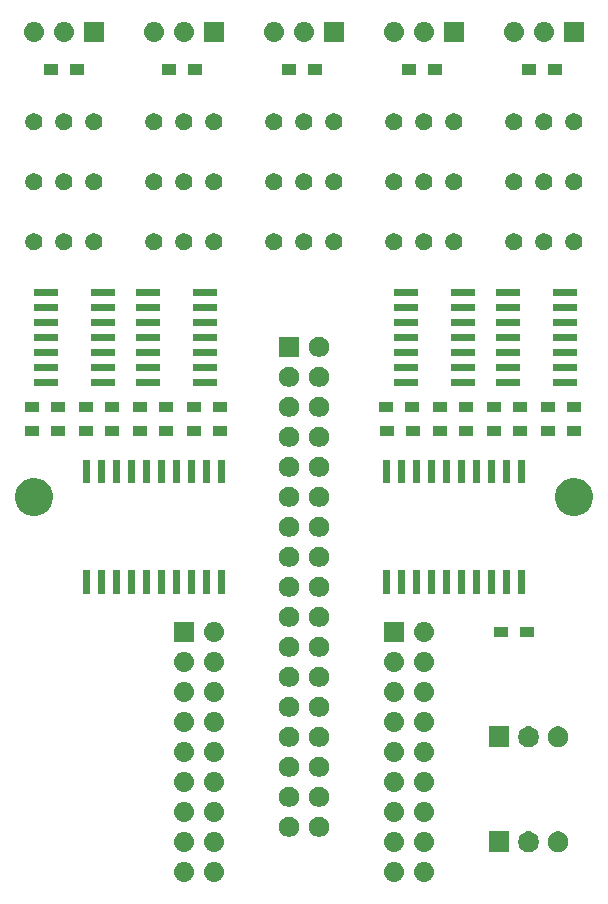
<source format=gbr>
G04 #@! TF.GenerationSoftware,KiCad,Pcbnew,(5.0.2-4-g3082e92af)*
G04 #@! TF.CreationDate,2019-02-04T02:23:37+02:00*
G04 #@! TF.ProjectId,My Piano Controller Note Module 3 (5-note_ 5V pots),4d792050-6961-46e6-9f20-436f6e74726f,rev?*
G04 #@! TF.SameCoordinates,Original*
G04 #@! TF.FileFunction,Soldermask,Top*
G04 #@! TF.FilePolarity,Negative*
%FSLAX46Y46*%
G04 Gerber Fmt 4.6, Leading zero omitted, Abs format (unit mm)*
G04 Created by KiCad (PCBNEW (5.0.2-4-g3082e92af)) date 2019 February 04, Monday 02:23:37*
%MOMM*%
%LPD*%
G01*
G04 APERTURE LIST*
%ADD10C,0.100000*%
G04 APERTURE END LIST*
D10*
G36*
X137326630Y-114732299D02*
X137486855Y-114780903D01*
X137634520Y-114859831D01*
X137763949Y-114966051D01*
X137870169Y-115095480D01*
X137949097Y-115243145D01*
X137997701Y-115403370D01*
X138014112Y-115570000D01*
X137997701Y-115736630D01*
X137949097Y-115896855D01*
X137870169Y-116044520D01*
X137763949Y-116173949D01*
X137634520Y-116280169D01*
X137486855Y-116359097D01*
X137326630Y-116407701D01*
X137201752Y-116420000D01*
X137118248Y-116420000D01*
X136993370Y-116407701D01*
X136833145Y-116359097D01*
X136685480Y-116280169D01*
X136556051Y-116173949D01*
X136449831Y-116044520D01*
X136370903Y-115896855D01*
X136322299Y-115736630D01*
X136305888Y-115570000D01*
X136322299Y-115403370D01*
X136370903Y-115243145D01*
X136449831Y-115095480D01*
X136556051Y-114966051D01*
X136685480Y-114859831D01*
X136833145Y-114780903D01*
X136993370Y-114732299D01*
X137118248Y-114720000D01*
X137201752Y-114720000D01*
X137326630Y-114732299D01*
X137326630Y-114732299D01*
G37*
G36*
X134786630Y-114732299D02*
X134946855Y-114780903D01*
X135094520Y-114859831D01*
X135223949Y-114966051D01*
X135330169Y-115095480D01*
X135409097Y-115243145D01*
X135457701Y-115403370D01*
X135474112Y-115570000D01*
X135457701Y-115736630D01*
X135409097Y-115896855D01*
X135330169Y-116044520D01*
X135223949Y-116173949D01*
X135094520Y-116280169D01*
X134946855Y-116359097D01*
X134786630Y-116407701D01*
X134661752Y-116420000D01*
X134578248Y-116420000D01*
X134453370Y-116407701D01*
X134293145Y-116359097D01*
X134145480Y-116280169D01*
X134016051Y-116173949D01*
X133909831Y-116044520D01*
X133830903Y-115896855D01*
X133782299Y-115736630D01*
X133765888Y-115570000D01*
X133782299Y-115403370D01*
X133830903Y-115243145D01*
X133909831Y-115095480D01*
X134016051Y-114966051D01*
X134145480Y-114859831D01*
X134293145Y-114780903D01*
X134453370Y-114732299D01*
X134578248Y-114720000D01*
X134661752Y-114720000D01*
X134786630Y-114732299D01*
X134786630Y-114732299D01*
G37*
G36*
X119546630Y-114732299D02*
X119706855Y-114780903D01*
X119854520Y-114859831D01*
X119983949Y-114966051D01*
X120090169Y-115095480D01*
X120169097Y-115243145D01*
X120217701Y-115403370D01*
X120234112Y-115570000D01*
X120217701Y-115736630D01*
X120169097Y-115896855D01*
X120090169Y-116044520D01*
X119983949Y-116173949D01*
X119854520Y-116280169D01*
X119706855Y-116359097D01*
X119546630Y-116407701D01*
X119421752Y-116420000D01*
X119338248Y-116420000D01*
X119213370Y-116407701D01*
X119053145Y-116359097D01*
X118905480Y-116280169D01*
X118776051Y-116173949D01*
X118669831Y-116044520D01*
X118590903Y-115896855D01*
X118542299Y-115736630D01*
X118525888Y-115570000D01*
X118542299Y-115403370D01*
X118590903Y-115243145D01*
X118669831Y-115095480D01*
X118776051Y-114966051D01*
X118905480Y-114859831D01*
X119053145Y-114780903D01*
X119213370Y-114732299D01*
X119338248Y-114720000D01*
X119421752Y-114720000D01*
X119546630Y-114732299D01*
X119546630Y-114732299D01*
G37*
G36*
X117006630Y-114732299D02*
X117166855Y-114780903D01*
X117314520Y-114859831D01*
X117443949Y-114966051D01*
X117550169Y-115095480D01*
X117629097Y-115243145D01*
X117677701Y-115403370D01*
X117694112Y-115570000D01*
X117677701Y-115736630D01*
X117629097Y-115896855D01*
X117550169Y-116044520D01*
X117443949Y-116173949D01*
X117314520Y-116280169D01*
X117166855Y-116359097D01*
X117006630Y-116407701D01*
X116881752Y-116420000D01*
X116798248Y-116420000D01*
X116673370Y-116407701D01*
X116513145Y-116359097D01*
X116365480Y-116280169D01*
X116236051Y-116173949D01*
X116129831Y-116044520D01*
X116050903Y-115896855D01*
X116002299Y-115736630D01*
X115985888Y-115570000D01*
X116002299Y-115403370D01*
X116050903Y-115243145D01*
X116129831Y-115095480D01*
X116236051Y-114966051D01*
X116365480Y-114859831D01*
X116513145Y-114780903D01*
X116673370Y-114732299D01*
X116798248Y-114720000D01*
X116881752Y-114720000D01*
X117006630Y-114732299D01*
X117006630Y-114732299D01*
G37*
G36*
X148765228Y-112188625D02*
X148924467Y-112254584D01*
X149067783Y-112350345D01*
X149189655Y-112472217D01*
X149285416Y-112615533D01*
X149351375Y-112774772D01*
X149385000Y-112943819D01*
X149385000Y-113116181D01*
X149351375Y-113285228D01*
X149285416Y-113444467D01*
X149189655Y-113587783D01*
X149067783Y-113709655D01*
X148924467Y-113805416D01*
X148765228Y-113871375D01*
X148596181Y-113905000D01*
X148423819Y-113905000D01*
X148254772Y-113871375D01*
X148095533Y-113805416D01*
X147952217Y-113709655D01*
X147830345Y-113587783D01*
X147734584Y-113444467D01*
X147668625Y-113285228D01*
X147635000Y-113116181D01*
X147635000Y-112943819D01*
X147668625Y-112774772D01*
X147734584Y-112615533D01*
X147830345Y-112472217D01*
X147952217Y-112350345D01*
X148095533Y-112254584D01*
X148254772Y-112188625D01*
X148423819Y-112155000D01*
X148596181Y-112155000D01*
X148765228Y-112188625D01*
X148765228Y-112188625D01*
G37*
G36*
X146265228Y-112188625D02*
X146424467Y-112254584D01*
X146567783Y-112350345D01*
X146689655Y-112472217D01*
X146785416Y-112615533D01*
X146851375Y-112774772D01*
X146885000Y-112943819D01*
X146885000Y-113116181D01*
X146851375Y-113285228D01*
X146785416Y-113444467D01*
X146689655Y-113587783D01*
X146567783Y-113709655D01*
X146424467Y-113805416D01*
X146265228Y-113871375D01*
X146096181Y-113905000D01*
X145923819Y-113905000D01*
X145754772Y-113871375D01*
X145595533Y-113805416D01*
X145452217Y-113709655D01*
X145330345Y-113587783D01*
X145234584Y-113444467D01*
X145168625Y-113285228D01*
X145135000Y-113116181D01*
X145135000Y-112943819D01*
X145168625Y-112774772D01*
X145234584Y-112615533D01*
X145330345Y-112472217D01*
X145452217Y-112350345D01*
X145595533Y-112254584D01*
X145754772Y-112188625D01*
X145923819Y-112155000D01*
X146096181Y-112155000D01*
X146265228Y-112188625D01*
X146265228Y-112188625D01*
G37*
G36*
X144385000Y-113905000D02*
X142635000Y-113905000D01*
X142635000Y-112155000D01*
X144385000Y-112155000D01*
X144385000Y-113905000D01*
X144385000Y-113905000D01*
G37*
G36*
X119546630Y-112192299D02*
X119706855Y-112240903D01*
X119854520Y-112319831D01*
X119983949Y-112426051D01*
X120090169Y-112555480D01*
X120169097Y-112703145D01*
X120217701Y-112863370D01*
X120234112Y-113030000D01*
X120217701Y-113196630D01*
X120169097Y-113356855D01*
X120090169Y-113504520D01*
X119983949Y-113633949D01*
X119854520Y-113740169D01*
X119706855Y-113819097D01*
X119546630Y-113867701D01*
X119421752Y-113880000D01*
X119338248Y-113880000D01*
X119213370Y-113867701D01*
X119053145Y-113819097D01*
X118905480Y-113740169D01*
X118776051Y-113633949D01*
X118669831Y-113504520D01*
X118590903Y-113356855D01*
X118542299Y-113196630D01*
X118525888Y-113030000D01*
X118542299Y-112863370D01*
X118590903Y-112703145D01*
X118669831Y-112555480D01*
X118776051Y-112426051D01*
X118905480Y-112319831D01*
X119053145Y-112240903D01*
X119213370Y-112192299D01*
X119338248Y-112180000D01*
X119421752Y-112180000D01*
X119546630Y-112192299D01*
X119546630Y-112192299D01*
G37*
G36*
X117006630Y-112192299D02*
X117166855Y-112240903D01*
X117314520Y-112319831D01*
X117443949Y-112426051D01*
X117550169Y-112555480D01*
X117629097Y-112703145D01*
X117677701Y-112863370D01*
X117694112Y-113030000D01*
X117677701Y-113196630D01*
X117629097Y-113356855D01*
X117550169Y-113504520D01*
X117443949Y-113633949D01*
X117314520Y-113740169D01*
X117166855Y-113819097D01*
X117006630Y-113867701D01*
X116881752Y-113880000D01*
X116798248Y-113880000D01*
X116673370Y-113867701D01*
X116513145Y-113819097D01*
X116365480Y-113740169D01*
X116236051Y-113633949D01*
X116129831Y-113504520D01*
X116050903Y-113356855D01*
X116002299Y-113196630D01*
X115985888Y-113030000D01*
X116002299Y-112863370D01*
X116050903Y-112703145D01*
X116129831Y-112555480D01*
X116236051Y-112426051D01*
X116365480Y-112319831D01*
X116513145Y-112240903D01*
X116673370Y-112192299D01*
X116798248Y-112180000D01*
X116881752Y-112180000D01*
X117006630Y-112192299D01*
X117006630Y-112192299D01*
G37*
G36*
X137326630Y-112192299D02*
X137486855Y-112240903D01*
X137634520Y-112319831D01*
X137763949Y-112426051D01*
X137870169Y-112555480D01*
X137949097Y-112703145D01*
X137997701Y-112863370D01*
X138014112Y-113030000D01*
X137997701Y-113196630D01*
X137949097Y-113356855D01*
X137870169Y-113504520D01*
X137763949Y-113633949D01*
X137634520Y-113740169D01*
X137486855Y-113819097D01*
X137326630Y-113867701D01*
X137201752Y-113880000D01*
X137118248Y-113880000D01*
X136993370Y-113867701D01*
X136833145Y-113819097D01*
X136685480Y-113740169D01*
X136556051Y-113633949D01*
X136449831Y-113504520D01*
X136370903Y-113356855D01*
X136322299Y-113196630D01*
X136305888Y-113030000D01*
X136322299Y-112863370D01*
X136370903Y-112703145D01*
X136449831Y-112555480D01*
X136556051Y-112426051D01*
X136685480Y-112319831D01*
X136833145Y-112240903D01*
X136993370Y-112192299D01*
X137118248Y-112180000D01*
X137201752Y-112180000D01*
X137326630Y-112192299D01*
X137326630Y-112192299D01*
G37*
G36*
X134786630Y-112192299D02*
X134946855Y-112240903D01*
X135094520Y-112319831D01*
X135223949Y-112426051D01*
X135330169Y-112555480D01*
X135409097Y-112703145D01*
X135457701Y-112863370D01*
X135474112Y-113030000D01*
X135457701Y-113196630D01*
X135409097Y-113356855D01*
X135330169Y-113504520D01*
X135223949Y-113633949D01*
X135094520Y-113740169D01*
X134946855Y-113819097D01*
X134786630Y-113867701D01*
X134661752Y-113880000D01*
X134578248Y-113880000D01*
X134453370Y-113867701D01*
X134293145Y-113819097D01*
X134145480Y-113740169D01*
X134016051Y-113633949D01*
X133909831Y-113504520D01*
X133830903Y-113356855D01*
X133782299Y-113196630D01*
X133765888Y-113030000D01*
X133782299Y-112863370D01*
X133830903Y-112703145D01*
X133909831Y-112555480D01*
X134016051Y-112426051D01*
X134145480Y-112319831D01*
X134293145Y-112240903D01*
X134453370Y-112192299D01*
X134578248Y-112180000D01*
X134661752Y-112180000D01*
X134786630Y-112192299D01*
X134786630Y-112192299D01*
G37*
G36*
X128517934Y-110942664D02*
X128672627Y-111006740D01*
X128811847Y-111099764D01*
X128930236Y-111218153D01*
X129023260Y-111357373D01*
X129087336Y-111512066D01*
X129120000Y-111676281D01*
X129120000Y-111843719D01*
X129087336Y-112007934D01*
X129023260Y-112162627D01*
X128930236Y-112301847D01*
X128811847Y-112420236D01*
X128672627Y-112513260D01*
X128517934Y-112577336D01*
X128353719Y-112610000D01*
X128186281Y-112610000D01*
X128022066Y-112577336D01*
X127867373Y-112513260D01*
X127728153Y-112420236D01*
X127609764Y-112301847D01*
X127516740Y-112162627D01*
X127452664Y-112007934D01*
X127420000Y-111843719D01*
X127420000Y-111676281D01*
X127452664Y-111512066D01*
X127516740Y-111357373D01*
X127609764Y-111218153D01*
X127728153Y-111099764D01*
X127867373Y-111006740D01*
X128022066Y-110942664D01*
X128186281Y-110910000D01*
X128353719Y-110910000D01*
X128517934Y-110942664D01*
X128517934Y-110942664D01*
G37*
G36*
X125977934Y-110942664D02*
X126132627Y-111006740D01*
X126271847Y-111099764D01*
X126390236Y-111218153D01*
X126483260Y-111357373D01*
X126547336Y-111512066D01*
X126580000Y-111676281D01*
X126580000Y-111843719D01*
X126547336Y-112007934D01*
X126483260Y-112162627D01*
X126390236Y-112301847D01*
X126271847Y-112420236D01*
X126132627Y-112513260D01*
X125977934Y-112577336D01*
X125813719Y-112610000D01*
X125646281Y-112610000D01*
X125482066Y-112577336D01*
X125327373Y-112513260D01*
X125188153Y-112420236D01*
X125069764Y-112301847D01*
X124976740Y-112162627D01*
X124912664Y-112007934D01*
X124880000Y-111843719D01*
X124880000Y-111676281D01*
X124912664Y-111512066D01*
X124976740Y-111357373D01*
X125069764Y-111218153D01*
X125188153Y-111099764D01*
X125327373Y-111006740D01*
X125482066Y-110942664D01*
X125646281Y-110910000D01*
X125813719Y-110910000D01*
X125977934Y-110942664D01*
X125977934Y-110942664D01*
G37*
G36*
X117006630Y-109652299D02*
X117166855Y-109700903D01*
X117314520Y-109779831D01*
X117443949Y-109886051D01*
X117550169Y-110015480D01*
X117629097Y-110163145D01*
X117677701Y-110323370D01*
X117694112Y-110490000D01*
X117677701Y-110656630D01*
X117629097Y-110816855D01*
X117550169Y-110964520D01*
X117443949Y-111093949D01*
X117314520Y-111200169D01*
X117166855Y-111279097D01*
X117006630Y-111327701D01*
X116881752Y-111340000D01*
X116798248Y-111340000D01*
X116673370Y-111327701D01*
X116513145Y-111279097D01*
X116365480Y-111200169D01*
X116236051Y-111093949D01*
X116129831Y-110964520D01*
X116050903Y-110816855D01*
X116002299Y-110656630D01*
X115985888Y-110490000D01*
X116002299Y-110323370D01*
X116050903Y-110163145D01*
X116129831Y-110015480D01*
X116236051Y-109886051D01*
X116365480Y-109779831D01*
X116513145Y-109700903D01*
X116673370Y-109652299D01*
X116798248Y-109640000D01*
X116881752Y-109640000D01*
X117006630Y-109652299D01*
X117006630Y-109652299D01*
G37*
G36*
X119546630Y-109652299D02*
X119706855Y-109700903D01*
X119854520Y-109779831D01*
X119983949Y-109886051D01*
X120090169Y-110015480D01*
X120169097Y-110163145D01*
X120217701Y-110323370D01*
X120234112Y-110490000D01*
X120217701Y-110656630D01*
X120169097Y-110816855D01*
X120090169Y-110964520D01*
X119983949Y-111093949D01*
X119854520Y-111200169D01*
X119706855Y-111279097D01*
X119546630Y-111327701D01*
X119421752Y-111340000D01*
X119338248Y-111340000D01*
X119213370Y-111327701D01*
X119053145Y-111279097D01*
X118905480Y-111200169D01*
X118776051Y-111093949D01*
X118669831Y-110964520D01*
X118590903Y-110816855D01*
X118542299Y-110656630D01*
X118525888Y-110490000D01*
X118542299Y-110323370D01*
X118590903Y-110163145D01*
X118669831Y-110015480D01*
X118776051Y-109886051D01*
X118905480Y-109779831D01*
X119053145Y-109700903D01*
X119213370Y-109652299D01*
X119338248Y-109640000D01*
X119421752Y-109640000D01*
X119546630Y-109652299D01*
X119546630Y-109652299D01*
G37*
G36*
X134786630Y-109652299D02*
X134946855Y-109700903D01*
X135094520Y-109779831D01*
X135223949Y-109886051D01*
X135330169Y-110015480D01*
X135409097Y-110163145D01*
X135457701Y-110323370D01*
X135474112Y-110490000D01*
X135457701Y-110656630D01*
X135409097Y-110816855D01*
X135330169Y-110964520D01*
X135223949Y-111093949D01*
X135094520Y-111200169D01*
X134946855Y-111279097D01*
X134786630Y-111327701D01*
X134661752Y-111340000D01*
X134578248Y-111340000D01*
X134453370Y-111327701D01*
X134293145Y-111279097D01*
X134145480Y-111200169D01*
X134016051Y-111093949D01*
X133909831Y-110964520D01*
X133830903Y-110816855D01*
X133782299Y-110656630D01*
X133765888Y-110490000D01*
X133782299Y-110323370D01*
X133830903Y-110163145D01*
X133909831Y-110015480D01*
X134016051Y-109886051D01*
X134145480Y-109779831D01*
X134293145Y-109700903D01*
X134453370Y-109652299D01*
X134578248Y-109640000D01*
X134661752Y-109640000D01*
X134786630Y-109652299D01*
X134786630Y-109652299D01*
G37*
G36*
X137326630Y-109652299D02*
X137486855Y-109700903D01*
X137634520Y-109779831D01*
X137763949Y-109886051D01*
X137870169Y-110015480D01*
X137949097Y-110163145D01*
X137997701Y-110323370D01*
X138014112Y-110490000D01*
X137997701Y-110656630D01*
X137949097Y-110816855D01*
X137870169Y-110964520D01*
X137763949Y-111093949D01*
X137634520Y-111200169D01*
X137486855Y-111279097D01*
X137326630Y-111327701D01*
X137201752Y-111340000D01*
X137118248Y-111340000D01*
X136993370Y-111327701D01*
X136833145Y-111279097D01*
X136685480Y-111200169D01*
X136556051Y-111093949D01*
X136449831Y-110964520D01*
X136370903Y-110816855D01*
X136322299Y-110656630D01*
X136305888Y-110490000D01*
X136322299Y-110323370D01*
X136370903Y-110163145D01*
X136449831Y-110015480D01*
X136556051Y-109886051D01*
X136685480Y-109779831D01*
X136833145Y-109700903D01*
X136993370Y-109652299D01*
X137118248Y-109640000D01*
X137201752Y-109640000D01*
X137326630Y-109652299D01*
X137326630Y-109652299D01*
G37*
G36*
X125977934Y-108402664D02*
X126132627Y-108466740D01*
X126271847Y-108559764D01*
X126390236Y-108678153D01*
X126483260Y-108817373D01*
X126547336Y-108972066D01*
X126580000Y-109136281D01*
X126580000Y-109303719D01*
X126547336Y-109467934D01*
X126483260Y-109622627D01*
X126390236Y-109761847D01*
X126271847Y-109880236D01*
X126132627Y-109973260D01*
X125977934Y-110037336D01*
X125813719Y-110070000D01*
X125646281Y-110070000D01*
X125482066Y-110037336D01*
X125327373Y-109973260D01*
X125188153Y-109880236D01*
X125069764Y-109761847D01*
X124976740Y-109622627D01*
X124912664Y-109467934D01*
X124880000Y-109303719D01*
X124880000Y-109136281D01*
X124912664Y-108972066D01*
X124976740Y-108817373D01*
X125069764Y-108678153D01*
X125188153Y-108559764D01*
X125327373Y-108466740D01*
X125482066Y-108402664D01*
X125646281Y-108370000D01*
X125813719Y-108370000D01*
X125977934Y-108402664D01*
X125977934Y-108402664D01*
G37*
G36*
X128517934Y-108402664D02*
X128672627Y-108466740D01*
X128811847Y-108559764D01*
X128930236Y-108678153D01*
X129023260Y-108817373D01*
X129087336Y-108972066D01*
X129120000Y-109136281D01*
X129120000Y-109303719D01*
X129087336Y-109467934D01*
X129023260Y-109622627D01*
X128930236Y-109761847D01*
X128811847Y-109880236D01*
X128672627Y-109973260D01*
X128517934Y-110037336D01*
X128353719Y-110070000D01*
X128186281Y-110070000D01*
X128022066Y-110037336D01*
X127867373Y-109973260D01*
X127728153Y-109880236D01*
X127609764Y-109761847D01*
X127516740Y-109622627D01*
X127452664Y-109467934D01*
X127420000Y-109303719D01*
X127420000Y-109136281D01*
X127452664Y-108972066D01*
X127516740Y-108817373D01*
X127609764Y-108678153D01*
X127728153Y-108559764D01*
X127867373Y-108466740D01*
X128022066Y-108402664D01*
X128186281Y-108370000D01*
X128353719Y-108370000D01*
X128517934Y-108402664D01*
X128517934Y-108402664D01*
G37*
G36*
X119546630Y-107112299D02*
X119706855Y-107160903D01*
X119854520Y-107239831D01*
X119983949Y-107346051D01*
X120090169Y-107475480D01*
X120169097Y-107623145D01*
X120217701Y-107783370D01*
X120234112Y-107950000D01*
X120217701Y-108116630D01*
X120169097Y-108276855D01*
X120090169Y-108424520D01*
X119983949Y-108553949D01*
X119854520Y-108660169D01*
X119706855Y-108739097D01*
X119546630Y-108787701D01*
X119421752Y-108800000D01*
X119338248Y-108800000D01*
X119213370Y-108787701D01*
X119053145Y-108739097D01*
X118905480Y-108660169D01*
X118776051Y-108553949D01*
X118669831Y-108424520D01*
X118590903Y-108276855D01*
X118542299Y-108116630D01*
X118525888Y-107950000D01*
X118542299Y-107783370D01*
X118590903Y-107623145D01*
X118669831Y-107475480D01*
X118776051Y-107346051D01*
X118905480Y-107239831D01*
X119053145Y-107160903D01*
X119213370Y-107112299D01*
X119338248Y-107100000D01*
X119421752Y-107100000D01*
X119546630Y-107112299D01*
X119546630Y-107112299D01*
G37*
G36*
X134786630Y-107112299D02*
X134946855Y-107160903D01*
X135094520Y-107239831D01*
X135223949Y-107346051D01*
X135330169Y-107475480D01*
X135409097Y-107623145D01*
X135457701Y-107783370D01*
X135474112Y-107950000D01*
X135457701Y-108116630D01*
X135409097Y-108276855D01*
X135330169Y-108424520D01*
X135223949Y-108553949D01*
X135094520Y-108660169D01*
X134946855Y-108739097D01*
X134786630Y-108787701D01*
X134661752Y-108800000D01*
X134578248Y-108800000D01*
X134453370Y-108787701D01*
X134293145Y-108739097D01*
X134145480Y-108660169D01*
X134016051Y-108553949D01*
X133909831Y-108424520D01*
X133830903Y-108276855D01*
X133782299Y-108116630D01*
X133765888Y-107950000D01*
X133782299Y-107783370D01*
X133830903Y-107623145D01*
X133909831Y-107475480D01*
X134016051Y-107346051D01*
X134145480Y-107239831D01*
X134293145Y-107160903D01*
X134453370Y-107112299D01*
X134578248Y-107100000D01*
X134661752Y-107100000D01*
X134786630Y-107112299D01*
X134786630Y-107112299D01*
G37*
G36*
X137326630Y-107112299D02*
X137486855Y-107160903D01*
X137634520Y-107239831D01*
X137763949Y-107346051D01*
X137870169Y-107475480D01*
X137949097Y-107623145D01*
X137997701Y-107783370D01*
X138014112Y-107950000D01*
X137997701Y-108116630D01*
X137949097Y-108276855D01*
X137870169Y-108424520D01*
X137763949Y-108553949D01*
X137634520Y-108660169D01*
X137486855Y-108739097D01*
X137326630Y-108787701D01*
X137201752Y-108800000D01*
X137118248Y-108800000D01*
X136993370Y-108787701D01*
X136833145Y-108739097D01*
X136685480Y-108660169D01*
X136556051Y-108553949D01*
X136449831Y-108424520D01*
X136370903Y-108276855D01*
X136322299Y-108116630D01*
X136305888Y-107950000D01*
X136322299Y-107783370D01*
X136370903Y-107623145D01*
X136449831Y-107475480D01*
X136556051Y-107346051D01*
X136685480Y-107239831D01*
X136833145Y-107160903D01*
X136993370Y-107112299D01*
X137118248Y-107100000D01*
X137201752Y-107100000D01*
X137326630Y-107112299D01*
X137326630Y-107112299D01*
G37*
G36*
X117006630Y-107112299D02*
X117166855Y-107160903D01*
X117314520Y-107239831D01*
X117443949Y-107346051D01*
X117550169Y-107475480D01*
X117629097Y-107623145D01*
X117677701Y-107783370D01*
X117694112Y-107950000D01*
X117677701Y-108116630D01*
X117629097Y-108276855D01*
X117550169Y-108424520D01*
X117443949Y-108553949D01*
X117314520Y-108660169D01*
X117166855Y-108739097D01*
X117006630Y-108787701D01*
X116881752Y-108800000D01*
X116798248Y-108800000D01*
X116673370Y-108787701D01*
X116513145Y-108739097D01*
X116365480Y-108660169D01*
X116236051Y-108553949D01*
X116129831Y-108424520D01*
X116050903Y-108276855D01*
X116002299Y-108116630D01*
X115985888Y-107950000D01*
X116002299Y-107783370D01*
X116050903Y-107623145D01*
X116129831Y-107475480D01*
X116236051Y-107346051D01*
X116365480Y-107239831D01*
X116513145Y-107160903D01*
X116673370Y-107112299D01*
X116798248Y-107100000D01*
X116881752Y-107100000D01*
X117006630Y-107112299D01*
X117006630Y-107112299D01*
G37*
G36*
X128517934Y-105862664D02*
X128672627Y-105926740D01*
X128811847Y-106019764D01*
X128930236Y-106138153D01*
X129023260Y-106277373D01*
X129087336Y-106432066D01*
X129120000Y-106596281D01*
X129120000Y-106763719D01*
X129087336Y-106927934D01*
X129023260Y-107082627D01*
X128930236Y-107221847D01*
X128811847Y-107340236D01*
X128672627Y-107433260D01*
X128517934Y-107497336D01*
X128353719Y-107530000D01*
X128186281Y-107530000D01*
X128022066Y-107497336D01*
X127867373Y-107433260D01*
X127728153Y-107340236D01*
X127609764Y-107221847D01*
X127516740Y-107082627D01*
X127452664Y-106927934D01*
X127420000Y-106763719D01*
X127420000Y-106596281D01*
X127452664Y-106432066D01*
X127516740Y-106277373D01*
X127609764Y-106138153D01*
X127728153Y-106019764D01*
X127867373Y-105926740D01*
X128022066Y-105862664D01*
X128186281Y-105830000D01*
X128353719Y-105830000D01*
X128517934Y-105862664D01*
X128517934Y-105862664D01*
G37*
G36*
X125977934Y-105862664D02*
X126132627Y-105926740D01*
X126271847Y-106019764D01*
X126390236Y-106138153D01*
X126483260Y-106277373D01*
X126547336Y-106432066D01*
X126580000Y-106596281D01*
X126580000Y-106763719D01*
X126547336Y-106927934D01*
X126483260Y-107082627D01*
X126390236Y-107221847D01*
X126271847Y-107340236D01*
X126132627Y-107433260D01*
X125977934Y-107497336D01*
X125813719Y-107530000D01*
X125646281Y-107530000D01*
X125482066Y-107497336D01*
X125327373Y-107433260D01*
X125188153Y-107340236D01*
X125069764Y-107221847D01*
X124976740Y-107082627D01*
X124912664Y-106927934D01*
X124880000Y-106763719D01*
X124880000Y-106596281D01*
X124912664Y-106432066D01*
X124976740Y-106277373D01*
X125069764Y-106138153D01*
X125188153Y-106019764D01*
X125327373Y-105926740D01*
X125482066Y-105862664D01*
X125646281Y-105830000D01*
X125813719Y-105830000D01*
X125977934Y-105862664D01*
X125977934Y-105862664D01*
G37*
G36*
X137326630Y-104572299D02*
X137486855Y-104620903D01*
X137634520Y-104699831D01*
X137763949Y-104806051D01*
X137870169Y-104935480D01*
X137949097Y-105083145D01*
X137997701Y-105243370D01*
X138014112Y-105410000D01*
X137997701Y-105576630D01*
X137949097Y-105736855D01*
X137870169Y-105884520D01*
X137763949Y-106013949D01*
X137634520Y-106120169D01*
X137486855Y-106199097D01*
X137326630Y-106247701D01*
X137201752Y-106260000D01*
X137118248Y-106260000D01*
X136993370Y-106247701D01*
X136833145Y-106199097D01*
X136685480Y-106120169D01*
X136556051Y-106013949D01*
X136449831Y-105884520D01*
X136370903Y-105736855D01*
X136322299Y-105576630D01*
X136305888Y-105410000D01*
X136322299Y-105243370D01*
X136370903Y-105083145D01*
X136449831Y-104935480D01*
X136556051Y-104806051D01*
X136685480Y-104699831D01*
X136833145Y-104620903D01*
X136993370Y-104572299D01*
X137118248Y-104560000D01*
X137201752Y-104560000D01*
X137326630Y-104572299D01*
X137326630Y-104572299D01*
G37*
G36*
X134786630Y-104572299D02*
X134946855Y-104620903D01*
X135094520Y-104699831D01*
X135223949Y-104806051D01*
X135330169Y-104935480D01*
X135409097Y-105083145D01*
X135457701Y-105243370D01*
X135474112Y-105410000D01*
X135457701Y-105576630D01*
X135409097Y-105736855D01*
X135330169Y-105884520D01*
X135223949Y-106013949D01*
X135094520Y-106120169D01*
X134946855Y-106199097D01*
X134786630Y-106247701D01*
X134661752Y-106260000D01*
X134578248Y-106260000D01*
X134453370Y-106247701D01*
X134293145Y-106199097D01*
X134145480Y-106120169D01*
X134016051Y-106013949D01*
X133909831Y-105884520D01*
X133830903Y-105736855D01*
X133782299Y-105576630D01*
X133765888Y-105410000D01*
X133782299Y-105243370D01*
X133830903Y-105083145D01*
X133909831Y-104935480D01*
X134016051Y-104806051D01*
X134145480Y-104699831D01*
X134293145Y-104620903D01*
X134453370Y-104572299D01*
X134578248Y-104560000D01*
X134661752Y-104560000D01*
X134786630Y-104572299D01*
X134786630Y-104572299D01*
G37*
G36*
X117006630Y-104572299D02*
X117166855Y-104620903D01*
X117314520Y-104699831D01*
X117443949Y-104806051D01*
X117550169Y-104935480D01*
X117629097Y-105083145D01*
X117677701Y-105243370D01*
X117694112Y-105410000D01*
X117677701Y-105576630D01*
X117629097Y-105736855D01*
X117550169Y-105884520D01*
X117443949Y-106013949D01*
X117314520Y-106120169D01*
X117166855Y-106199097D01*
X117006630Y-106247701D01*
X116881752Y-106260000D01*
X116798248Y-106260000D01*
X116673370Y-106247701D01*
X116513145Y-106199097D01*
X116365480Y-106120169D01*
X116236051Y-106013949D01*
X116129831Y-105884520D01*
X116050903Y-105736855D01*
X116002299Y-105576630D01*
X115985888Y-105410000D01*
X116002299Y-105243370D01*
X116050903Y-105083145D01*
X116129831Y-104935480D01*
X116236051Y-104806051D01*
X116365480Y-104699831D01*
X116513145Y-104620903D01*
X116673370Y-104572299D01*
X116798248Y-104560000D01*
X116881752Y-104560000D01*
X117006630Y-104572299D01*
X117006630Y-104572299D01*
G37*
G36*
X119546630Y-104572299D02*
X119706855Y-104620903D01*
X119854520Y-104699831D01*
X119983949Y-104806051D01*
X120090169Y-104935480D01*
X120169097Y-105083145D01*
X120217701Y-105243370D01*
X120234112Y-105410000D01*
X120217701Y-105576630D01*
X120169097Y-105736855D01*
X120090169Y-105884520D01*
X119983949Y-106013949D01*
X119854520Y-106120169D01*
X119706855Y-106199097D01*
X119546630Y-106247701D01*
X119421752Y-106260000D01*
X119338248Y-106260000D01*
X119213370Y-106247701D01*
X119053145Y-106199097D01*
X118905480Y-106120169D01*
X118776051Y-106013949D01*
X118669831Y-105884520D01*
X118590903Y-105736855D01*
X118542299Y-105576630D01*
X118525888Y-105410000D01*
X118542299Y-105243370D01*
X118590903Y-105083145D01*
X118669831Y-104935480D01*
X118776051Y-104806051D01*
X118905480Y-104699831D01*
X119053145Y-104620903D01*
X119213370Y-104572299D01*
X119338248Y-104560000D01*
X119421752Y-104560000D01*
X119546630Y-104572299D01*
X119546630Y-104572299D01*
G37*
G36*
X146265228Y-103298625D02*
X146424467Y-103364584D01*
X146567783Y-103460345D01*
X146689655Y-103582217D01*
X146785416Y-103725533D01*
X146851375Y-103884772D01*
X146885000Y-104053819D01*
X146885000Y-104226181D01*
X146851375Y-104395228D01*
X146785416Y-104554467D01*
X146689655Y-104697783D01*
X146567783Y-104819655D01*
X146424467Y-104915416D01*
X146265228Y-104981375D01*
X146096181Y-105015000D01*
X145923819Y-105015000D01*
X145754772Y-104981375D01*
X145595533Y-104915416D01*
X145452217Y-104819655D01*
X145330345Y-104697783D01*
X145234584Y-104554467D01*
X145168625Y-104395228D01*
X145135000Y-104226181D01*
X145135000Y-104053819D01*
X145168625Y-103884772D01*
X145234584Y-103725533D01*
X145330345Y-103582217D01*
X145452217Y-103460345D01*
X145595533Y-103364584D01*
X145754772Y-103298625D01*
X145923819Y-103265000D01*
X146096181Y-103265000D01*
X146265228Y-103298625D01*
X146265228Y-103298625D01*
G37*
G36*
X148765228Y-103298625D02*
X148924467Y-103364584D01*
X149067783Y-103460345D01*
X149189655Y-103582217D01*
X149285416Y-103725533D01*
X149351375Y-103884772D01*
X149385000Y-104053819D01*
X149385000Y-104226181D01*
X149351375Y-104395228D01*
X149285416Y-104554467D01*
X149189655Y-104697783D01*
X149067783Y-104819655D01*
X148924467Y-104915416D01*
X148765228Y-104981375D01*
X148596181Y-105015000D01*
X148423819Y-105015000D01*
X148254772Y-104981375D01*
X148095533Y-104915416D01*
X147952217Y-104819655D01*
X147830345Y-104697783D01*
X147734584Y-104554467D01*
X147668625Y-104395228D01*
X147635000Y-104226181D01*
X147635000Y-104053819D01*
X147668625Y-103884772D01*
X147734584Y-103725533D01*
X147830345Y-103582217D01*
X147952217Y-103460345D01*
X148095533Y-103364584D01*
X148254772Y-103298625D01*
X148423819Y-103265000D01*
X148596181Y-103265000D01*
X148765228Y-103298625D01*
X148765228Y-103298625D01*
G37*
G36*
X144385000Y-105015000D02*
X142635000Y-105015000D01*
X142635000Y-103265000D01*
X144385000Y-103265000D01*
X144385000Y-105015000D01*
X144385000Y-105015000D01*
G37*
G36*
X128517934Y-103322664D02*
X128672627Y-103386740D01*
X128811847Y-103479764D01*
X128930236Y-103598153D01*
X129023260Y-103737373D01*
X129087336Y-103892066D01*
X129120000Y-104056281D01*
X129120000Y-104223719D01*
X129087336Y-104387934D01*
X129023260Y-104542627D01*
X128930236Y-104681847D01*
X128811847Y-104800236D01*
X128672627Y-104893260D01*
X128517934Y-104957336D01*
X128353719Y-104990000D01*
X128186281Y-104990000D01*
X128022066Y-104957336D01*
X127867373Y-104893260D01*
X127728153Y-104800236D01*
X127609764Y-104681847D01*
X127516740Y-104542627D01*
X127452664Y-104387934D01*
X127420000Y-104223719D01*
X127420000Y-104056281D01*
X127452664Y-103892066D01*
X127516740Y-103737373D01*
X127609764Y-103598153D01*
X127728153Y-103479764D01*
X127867373Y-103386740D01*
X128022066Y-103322664D01*
X128186281Y-103290000D01*
X128353719Y-103290000D01*
X128517934Y-103322664D01*
X128517934Y-103322664D01*
G37*
G36*
X125977934Y-103322664D02*
X126132627Y-103386740D01*
X126271847Y-103479764D01*
X126390236Y-103598153D01*
X126483260Y-103737373D01*
X126547336Y-103892066D01*
X126580000Y-104056281D01*
X126580000Y-104223719D01*
X126547336Y-104387934D01*
X126483260Y-104542627D01*
X126390236Y-104681847D01*
X126271847Y-104800236D01*
X126132627Y-104893260D01*
X125977934Y-104957336D01*
X125813719Y-104990000D01*
X125646281Y-104990000D01*
X125482066Y-104957336D01*
X125327373Y-104893260D01*
X125188153Y-104800236D01*
X125069764Y-104681847D01*
X124976740Y-104542627D01*
X124912664Y-104387934D01*
X124880000Y-104223719D01*
X124880000Y-104056281D01*
X124912664Y-103892066D01*
X124976740Y-103737373D01*
X125069764Y-103598153D01*
X125188153Y-103479764D01*
X125327373Y-103386740D01*
X125482066Y-103322664D01*
X125646281Y-103290000D01*
X125813719Y-103290000D01*
X125977934Y-103322664D01*
X125977934Y-103322664D01*
G37*
G36*
X137326630Y-102032299D02*
X137486855Y-102080903D01*
X137634520Y-102159831D01*
X137763949Y-102266051D01*
X137870169Y-102395480D01*
X137949097Y-102543145D01*
X137997701Y-102703370D01*
X138014112Y-102870000D01*
X137997701Y-103036630D01*
X137949097Y-103196855D01*
X137870169Y-103344520D01*
X137763949Y-103473949D01*
X137634520Y-103580169D01*
X137486855Y-103659097D01*
X137326630Y-103707701D01*
X137201752Y-103720000D01*
X137118248Y-103720000D01*
X136993370Y-103707701D01*
X136833145Y-103659097D01*
X136685480Y-103580169D01*
X136556051Y-103473949D01*
X136449831Y-103344520D01*
X136370903Y-103196855D01*
X136322299Y-103036630D01*
X136305888Y-102870000D01*
X136322299Y-102703370D01*
X136370903Y-102543145D01*
X136449831Y-102395480D01*
X136556051Y-102266051D01*
X136685480Y-102159831D01*
X136833145Y-102080903D01*
X136993370Y-102032299D01*
X137118248Y-102020000D01*
X137201752Y-102020000D01*
X137326630Y-102032299D01*
X137326630Y-102032299D01*
G37*
G36*
X134786630Y-102032299D02*
X134946855Y-102080903D01*
X135094520Y-102159831D01*
X135223949Y-102266051D01*
X135330169Y-102395480D01*
X135409097Y-102543145D01*
X135457701Y-102703370D01*
X135474112Y-102870000D01*
X135457701Y-103036630D01*
X135409097Y-103196855D01*
X135330169Y-103344520D01*
X135223949Y-103473949D01*
X135094520Y-103580169D01*
X134946855Y-103659097D01*
X134786630Y-103707701D01*
X134661752Y-103720000D01*
X134578248Y-103720000D01*
X134453370Y-103707701D01*
X134293145Y-103659097D01*
X134145480Y-103580169D01*
X134016051Y-103473949D01*
X133909831Y-103344520D01*
X133830903Y-103196855D01*
X133782299Y-103036630D01*
X133765888Y-102870000D01*
X133782299Y-102703370D01*
X133830903Y-102543145D01*
X133909831Y-102395480D01*
X134016051Y-102266051D01*
X134145480Y-102159831D01*
X134293145Y-102080903D01*
X134453370Y-102032299D01*
X134578248Y-102020000D01*
X134661752Y-102020000D01*
X134786630Y-102032299D01*
X134786630Y-102032299D01*
G37*
G36*
X119546630Y-102032299D02*
X119706855Y-102080903D01*
X119854520Y-102159831D01*
X119983949Y-102266051D01*
X120090169Y-102395480D01*
X120169097Y-102543145D01*
X120217701Y-102703370D01*
X120234112Y-102870000D01*
X120217701Y-103036630D01*
X120169097Y-103196855D01*
X120090169Y-103344520D01*
X119983949Y-103473949D01*
X119854520Y-103580169D01*
X119706855Y-103659097D01*
X119546630Y-103707701D01*
X119421752Y-103720000D01*
X119338248Y-103720000D01*
X119213370Y-103707701D01*
X119053145Y-103659097D01*
X118905480Y-103580169D01*
X118776051Y-103473949D01*
X118669831Y-103344520D01*
X118590903Y-103196855D01*
X118542299Y-103036630D01*
X118525888Y-102870000D01*
X118542299Y-102703370D01*
X118590903Y-102543145D01*
X118669831Y-102395480D01*
X118776051Y-102266051D01*
X118905480Y-102159831D01*
X119053145Y-102080903D01*
X119213370Y-102032299D01*
X119338248Y-102020000D01*
X119421752Y-102020000D01*
X119546630Y-102032299D01*
X119546630Y-102032299D01*
G37*
G36*
X117006630Y-102032299D02*
X117166855Y-102080903D01*
X117314520Y-102159831D01*
X117443949Y-102266051D01*
X117550169Y-102395480D01*
X117629097Y-102543145D01*
X117677701Y-102703370D01*
X117694112Y-102870000D01*
X117677701Y-103036630D01*
X117629097Y-103196855D01*
X117550169Y-103344520D01*
X117443949Y-103473949D01*
X117314520Y-103580169D01*
X117166855Y-103659097D01*
X117006630Y-103707701D01*
X116881752Y-103720000D01*
X116798248Y-103720000D01*
X116673370Y-103707701D01*
X116513145Y-103659097D01*
X116365480Y-103580169D01*
X116236051Y-103473949D01*
X116129831Y-103344520D01*
X116050903Y-103196855D01*
X116002299Y-103036630D01*
X115985888Y-102870000D01*
X116002299Y-102703370D01*
X116050903Y-102543145D01*
X116129831Y-102395480D01*
X116236051Y-102266051D01*
X116365480Y-102159831D01*
X116513145Y-102080903D01*
X116673370Y-102032299D01*
X116798248Y-102020000D01*
X116881752Y-102020000D01*
X117006630Y-102032299D01*
X117006630Y-102032299D01*
G37*
G36*
X128517934Y-100782664D02*
X128672627Y-100846740D01*
X128811847Y-100939764D01*
X128930236Y-101058153D01*
X129023260Y-101197373D01*
X129087336Y-101352066D01*
X129120000Y-101516281D01*
X129120000Y-101683719D01*
X129087336Y-101847934D01*
X129023260Y-102002627D01*
X128930236Y-102141847D01*
X128811847Y-102260236D01*
X128672627Y-102353260D01*
X128517934Y-102417336D01*
X128353719Y-102450000D01*
X128186281Y-102450000D01*
X128022066Y-102417336D01*
X127867373Y-102353260D01*
X127728153Y-102260236D01*
X127609764Y-102141847D01*
X127516740Y-102002627D01*
X127452664Y-101847934D01*
X127420000Y-101683719D01*
X127420000Y-101516281D01*
X127452664Y-101352066D01*
X127516740Y-101197373D01*
X127609764Y-101058153D01*
X127728153Y-100939764D01*
X127867373Y-100846740D01*
X128022066Y-100782664D01*
X128186281Y-100750000D01*
X128353719Y-100750000D01*
X128517934Y-100782664D01*
X128517934Y-100782664D01*
G37*
G36*
X125977934Y-100782664D02*
X126132627Y-100846740D01*
X126271847Y-100939764D01*
X126390236Y-101058153D01*
X126483260Y-101197373D01*
X126547336Y-101352066D01*
X126580000Y-101516281D01*
X126580000Y-101683719D01*
X126547336Y-101847934D01*
X126483260Y-102002627D01*
X126390236Y-102141847D01*
X126271847Y-102260236D01*
X126132627Y-102353260D01*
X125977934Y-102417336D01*
X125813719Y-102450000D01*
X125646281Y-102450000D01*
X125482066Y-102417336D01*
X125327373Y-102353260D01*
X125188153Y-102260236D01*
X125069764Y-102141847D01*
X124976740Y-102002627D01*
X124912664Y-101847934D01*
X124880000Y-101683719D01*
X124880000Y-101516281D01*
X124912664Y-101352066D01*
X124976740Y-101197373D01*
X125069764Y-101058153D01*
X125188153Y-100939764D01*
X125327373Y-100846740D01*
X125482066Y-100782664D01*
X125646281Y-100750000D01*
X125813719Y-100750000D01*
X125977934Y-100782664D01*
X125977934Y-100782664D01*
G37*
G36*
X119546630Y-99492299D02*
X119706855Y-99540903D01*
X119854520Y-99619831D01*
X119983949Y-99726051D01*
X120090169Y-99855480D01*
X120169097Y-100003145D01*
X120217701Y-100163370D01*
X120234112Y-100330000D01*
X120217701Y-100496630D01*
X120169097Y-100656855D01*
X120090169Y-100804520D01*
X119983949Y-100933949D01*
X119854520Y-101040169D01*
X119706855Y-101119097D01*
X119546630Y-101167701D01*
X119421752Y-101180000D01*
X119338248Y-101180000D01*
X119213370Y-101167701D01*
X119053145Y-101119097D01*
X118905480Y-101040169D01*
X118776051Y-100933949D01*
X118669831Y-100804520D01*
X118590903Y-100656855D01*
X118542299Y-100496630D01*
X118525888Y-100330000D01*
X118542299Y-100163370D01*
X118590903Y-100003145D01*
X118669831Y-99855480D01*
X118776051Y-99726051D01*
X118905480Y-99619831D01*
X119053145Y-99540903D01*
X119213370Y-99492299D01*
X119338248Y-99480000D01*
X119421752Y-99480000D01*
X119546630Y-99492299D01*
X119546630Y-99492299D01*
G37*
G36*
X117006630Y-99492299D02*
X117166855Y-99540903D01*
X117314520Y-99619831D01*
X117443949Y-99726051D01*
X117550169Y-99855480D01*
X117629097Y-100003145D01*
X117677701Y-100163370D01*
X117694112Y-100330000D01*
X117677701Y-100496630D01*
X117629097Y-100656855D01*
X117550169Y-100804520D01*
X117443949Y-100933949D01*
X117314520Y-101040169D01*
X117166855Y-101119097D01*
X117006630Y-101167701D01*
X116881752Y-101180000D01*
X116798248Y-101180000D01*
X116673370Y-101167701D01*
X116513145Y-101119097D01*
X116365480Y-101040169D01*
X116236051Y-100933949D01*
X116129831Y-100804520D01*
X116050903Y-100656855D01*
X116002299Y-100496630D01*
X115985888Y-100330000D01*
X116002299Y-100163370D01*
X116050903Y-100003145D01*
X116129831Y-99855480D01*
X116236051Y-99726051D01*
X116365480Y-99619831D01*
X116513145Y-99540903D01*
X116673370Y-99492299D01*
X116798248Y-99480000D01*
X116881752Y-99480000D01*
X117006630Y-99492299D01*
X117006630Y-99492299D01*
G37*
G36*
X137326630Y-99492299D02*
X137486855Y-99540903D01*
X137634520Y-99619831D01*
X137763949Y-99726051D01*
X137870169Y-99855480D01*
X137949097Y-100003145D01*
X137997701Y-100163370D01*
X138014112Y-100330000D01*
X137997701Y-100496630D01*
X137949097Y-100656855D01*
X137870169Y-100804520D01*
X137763949Y-100933949D01*
X137634520Y-101040169D01*
X137486855Y-101119097D01*
X137326630Y-101167701D01*
X137201752Y-101180000D01*
X137118248Y-101180000D01*
X136993370Y-101167701D01*
X136833145Y-101119097D01*
X136685480Y-101040169D01*
X136556051Y-100933949D01*
X136449831Y-100804520D01*
X136370903Y-100656855D01*
X136322299Y-100496630D01*
X136305888Y-100330000D01*
X136322299Y-100163370D01*
X136370903Y-100003145D01*
X136449831Y-99855480D01*
X136556051Y-99726051D01*
X136685480Y-99619831D01*
X136833145Y-99540903D01*
X136993370Y-99492299D01*
X137118248Y-99480000D01*
X137201752Y-99480000D01*
X137326630Y-99492299D01*
X137326630Y-99492299D01*
G37*
G36*
X134786630Y-99492299D02*
X134946855Y-99540903D01*
X135094520Y-99619831D01*
X135223949Y-99726051D01*
X135330169Y-99855480D01*
X135409097Y-100003145D01*
X135457701Y-100163370D01*
X135474112Y-100330000D01*
X135457701Y-100496630D01*
X135409097Y-100656855D01*
X135330169Y-100804520D01*
X135223949Y-100933949D01*
X135094520Y-101040169D01*
X134946855Y-101119097D01*
X134786630Y-101167701D01*
X134661752Y-101180000D01*
X134578248Y-101180000D01*
X134453370Y-101167701D01*
X134293145Y-101119097D01*
X134145480Y-101040169D01*
X134016051Y-100933949D01*
X133909831Y-100804520D01*
X133830903Y-100656855D01*
X133782299Y-100496630D01*
X133765888Y-100330000D01*
X133782299Y-100163370D01*
X133830903Y-100003145D01*
X133909831Y-99855480D01*
X134016051Y-99726051D01*
X134145480Y-99619831D01*
X134293145Y-99540903D01*
X134453370Y-99492299D01*
X134578248Y-99480000D01*
X134661752Y-99480000D01*
X134786630Y-99492299D01*
X134786630Y-99492299D01*
G37*
G36*
X128517934Y-98242664D02*
X128672627Y-98306740D01*
X128811847Y-98399764D01*
X128930236Y-98518153D01*
X129023260Y-98657373D01*
X129087336Y-98812066D01*
X129120000Y-98976281D01*
X129120000Y-99143719D01*
X129087336Y-99307934D01*
X129023260Y-99462627D01*
X128930236Y-99601847D01*
X128811847Y-99720236D01*
X128672627Y-99813260D01*
X128517934Y-99877336D01*
X128353719Y-99910000D01*
X128186281Y-99910000D01*
X128022066Y-99877336D01*
X127867373Y-99813260D01*
X127728153Y-99720236D01*
X127609764Y-99601847D01*
X127516740Y-99462627D01*
X127452664Y-99307934D01*
X127420000Y-99143719D01*
X127420000Y-98976281D01*
X127452664Y-98812066D01*
X127516740Y-98657373D01*
X127609764Y-98518153D01*
X127728153Y-98399764D01*
X127867373Y-98306740D01*
X128022066Y-98242664D01*
X128186281Y-98210000D01*
X128353719Y-98210000D01*
X128517934Y-98242664D01*
X128517934Y-98242664D01*
G37*
G36*
X125977934Y-98242664D02*
X126132627Y-98306740D01*
X126271847Y-98399764D01*
X126390236Y-98518153D01*
X126483260Y-98657373D01*
X126547336Y-98812066D01*
X126580000Y-98976281D01*
X126580000Y-99143719D01*
X126547336Y-99307934D01*
X126483260Y-99462627D01*
X126390236Y-99601847D01*
X126271847Y-99720236D01*
X126132627Y-99813260D01*
X125977934Y-99877336D01*
X125813719Y-99910000D01*
X125646281Y-99910000D01*
X125482066Y-99877336D01*
X125327373Y-99813260D01*
X125188153Y-99720236D01*
X125069764Y-99601847D01*
X124976740Y-99462627D01*
X124912664Y-99307934D01*
X124880000Y-99143719D01*
X124880000Y-98976281D01*
X124912664Y-98812066D01*
X124976740Y-98657373D01*
X125069764Y-98518153D01*
X125188153Y-98399764D01*
X125327373Y-98306740D01*
X125482066Y-98242664D01*
X125646281Y-98210000D01*
X125813719Y-98210000D01*
X125977934Y-98242664D01*
X125977934Y-98242664D01*
G37*
G36*
X137326630Y-96952299D02*
X137486855Y-97000903D01*
X137634520Y-97079831D01*
X137763949Y-97186051D01*
X137870169Y-97315480D01*
X137949097Y-97463145D01*
X137997701Y-97623370D01*
X138014112Y-97790000D01*
X137997701Y-97956630D01*
X137949097Y-98116855D01*
X137870169Y-98264520D01*
X137763949Y-98393949D01*
X137634520Y-98500169D01*
X137486855Y-98579097D01*
X137326630Y-98627701D01*
X137201752Y-98640000D01*
X137118248Y-98640000D01*
X136993370Y-98627701D01*
X136833145Y-98579097D01*
X136685480Y-98500169D01*
X136556051Y-98393949D01*
X136449831Y-98264520D01*
X136370903Y-98116855D01*
X136322299Y-97956630D01*
X136305888Y-97790000D01*
X136322299Y-97623370D01*
X136370903Y-97463145D01*
X136449831Y-97315480D01*
X136556051Y-97186051D01*
X136685480Y-97079831D01*
X136833145Y-97000903D01*
X136993370Y-96952299D01*
X137118248Y-96940000D01*
X137201752Y-96940000D01*
X137326630Y-96952299D01*
X137326630Y-96952299D01*
G37*
G36*
X134786630Y-96952299D02*
X134946855Y-97000903D01*
X135094520Y-97079831D01*
X135223949Y-97186051D01*
X135330169Y-97315480D01*
X135409097Y-97463145D01*
X135457701Y-97623370D01*
X135474112Y-97790000D01*
X135457701Y-97956630D01*
X135409097Y-98116855D01*
X135330169Y-98264520D01*
X135223949Y-98393949D01*
X135094520Y-98500169D01*
X134946855Y-98579097D01*
X134786630Y-98627701D01*
X134661752Y-98640000D01*
X134578248Y-98640000D01*
X134453370Y-98627701D01*
X134293145Y-98579097D01*
X134145480Y-98500169D01*
X134016051Y-98393949D01*
X133909831Y-98264520D01*
X133830903Y-98116855D01*
X133782299Y-97956630D01*
X133765888Y-97790000D01*
X133782299Y-97623370D01*
X133830903Y-97463145D01*
X133909831Y-97315480D01*
X134016051Y-97186051D01*
X134145480Y-97079831D01*
X134293145Y-97000903D01*
X134453370Y-96952299D01*
X134578248Y-96940000D01*
X134661752Y-96940000D01*
X134786630Y-96952299D01*
X134786630Y-96952299D01*
G37*
G36*
X119546630Y-96952299D02*
X119706855Y-97000903D01*
X119854520Y-97079831D01*
X119983949Y-97186051D01*
X120090169Y-97315480D01*
X120169097Y-97463145D01*
X120217701Y-97623370D01*
X120234112Y-97790000D01*
X120217701Y-97956630D01*
X120169097Y-98116855D01*
X120090169Y-98264520D01*
X119983949Y-98393949D01*
X119854520Y-98500169D01*
X119706855Y-98579097D01*
X119546630Y-98627701D01*
X119421752Y-98640000D01*
X119338248Y-98640000D01*
X119213370Y-98627701D01*
X119053145Y-98579097D01*
X118905480Y-98500169D01*
X118776051Y-98393949D01*
X118669831Y-98264520D01*
X118590903Y-98116855D01*
X118542299Y-97956630D01*
X118525888Y-97790000D01*
X118542299Y-97623370D01*
X118590903Y-97463145D01*
X118669831Y-97315480D01*
X118776051Y-97186051D01*
X118905480Y-97079831D01*
X119053145Y-97000903D01*
X119213370Y-96952299D01*
X119338248Y-96940000D01*
X119421752Y-96940000D01*
X119546630Y-96952299D01*
X119546630Y-96952299D01*
G37*
G36*
X117006630Y-96952299D02*
X117166855Y-97000903D01*
X117314520Y-97079831D01*
X117443949Y-97186051D01*
X117550169Y-97315480D01*
X117629097Y-97463145D01*
X117677701Y-97623370D01*
X117694112Y-97790000D01*
X117677701Y-97956630D01*
X117629097Y-98116855D01*
X117550169Y-98264520D01*
X117443949Y-98393949D01*
X117314520Y-98500169D01*
X117166855Y-98579097D01*
X117006630Y-98627701D01*
X116881752Y-98640000D01*
X116798248Y-98640000D01*
X116673370Y-98627701D01*
X116513145Y-98579097D01*
X116365480Y-98500169D01*
X116236051Y-98393949D01*
X116129831Y-98264520D01*
X116050903Y-98116855D01*
X116002299Y-97956630D01*
X115985888Y-97790000D01*
X116002299Y-97623370D01*
X116050903Y-97463145D01*
X116129831Y-97315480D01*
X116236051Y-97186051D01*
X116365480Y-97079831D01*
X116513145Y-97000903D01*
X116673370Y-96952299D01*
X116798248Y-96940000D01*
X116881752Y-96940000D01*
X117006630Y-96952299D01*
X117006630Y-96952299D01*
G37*
G36*
X125977934Y-95702664D02*
X126132627Y-95766740D01*
X126271847Y-95859764D01*
X126390236Y-95978153D01*
X126483260Y-96117373D01*
X126547336Y-96272066D01*
X126580000Y-96436281D01*
X126580000Y-96603719D01*
X126547336Y-96767934D01*
X126483260Y-96922627D01*
X126390236Y-97061847D01*
X126271847Y-97180236D01*
X126132627Y-97273260D01*
X125977934Y-97337336D01*
X125813719Y-97370000D01*
X125646281Y-97370000D01*
X125482066Y-97337336D01*
X125327373Y-97273260D01*
X125188153Y-97180236D01*
X125069764Y-97061847D01*
X124976740Y-96922627D01*
X124912664Y-96767934D01*
X124880000Y-96603719D01*
X124880000Y-96436281D01*
X124912664Y-96272066D01*
X124976740Y-96117373D01*
X125069764Y-95978153D01*
X125188153Y-95859764D01*
X125327373Y-95766740D01*
X125482066Y-95702664D01*
X125646281Y-95670000D01*
X125813719Y-95670000D01*
X125977934Y-95702664D01*
X125977934Y-95702664D01*
G37*
G36*
X128517934Y-95702664D02*
X128672627Y-95766740D01*
X128811847Y-95859764D01*
X128930236Y-95978153D01*
X129023260Y-96117373D01*
X129087336Y-96272066D01*
X129120000Y-96436281D01*
X129120000Y-96603719D01*
X129087336Y-96767934D01*
X129023260Y-96922627D01*
X128930236Y-97061847D01*
X128811847Y-97180236D01*
X128672627Y-97273260D01*
X128517934Y-97337336D01*
X128353719Y-97370000D01*
X128186281Y-97370000D01*
X128022066Y-97337336D01*
X127867373Y-97273260D01*
X127728153Y-97180236D01*
X127609764Y-97061847D01*
X127516740Y-96922627D01*
X127452664Y-96767934D01*
X127420000Y-96603719D01*
X127420000Y-96436281D01*
X127452664Y-96272066D01*
X127516740Y-96117373D01*
X127609764Y-95978153D01*
X127728153Y-95859764D01*
X127867373Y-95766740D01*
X128022066Y-95702664D01*
X128186281Y-95670000D01*
X128353719Y-95670000D01*
X128517934Y-95702664D01*
X128517934Y-95702664D01*
G37*
G36*
X137326630Y-94412299D02*
X137486855Y-94460903D01*
X137634520Y-94539831D01*
X137763949Y-94646051D01*
X137870169Y-94775480D01*
X137949097Y-94923145D01*
X137997701Y-95083370D01*
X138014112Y-95250000D01*
X137997701Y-95416630D01*
X137949097Y-95576855D01*
X137870169Y-95724520D01*
X137763949Y-95853949D01*
X137634520Y-95960169D01*
X137486855Y-96039097D01*
X137326630Y-96087701D01*
X137201752Y-96100000D01*
X137118248Y-96100000D01*
X136993370Y-96087701D01*
X136833145Y-96039097D01*
X136685480Y-95960169D01*
X136556051Y-95853949D01*
X136449831Y-95724520D01*
X136370903Y-95576855D01*
X136322299Y-95416630D01*
X136305888Y-95250000D01*
X136322299Y-95083370D01*
X136370903Y-94923145D01*
X136449831Y-94775480D01*
X136556051Y-94646051D01*
X136685480Y-94539831D01*
X136833145Y-94460903D01*
X136993370Y-94412299D01*
X137118248Y-94400000D01*
X137201752Y-94400000D01*
X137326630Y-94412299D01*
X137326630Y-94412299D01*
G37*
G36*
X135470000Y-96100000D02*
X133770000Y-96100000D01*
X133770000Y-94400000D01*
X135470000Y-94400000D01*
X135470000Y-96100000D01*
X135470000Y-96100000D01*
G37*
G36*
X119546630Y-94412299D02*
X119706855Y-94460903D01*
X119854520Y-94539831D01*
X119983949Y-94646051D01*
X120090169Y-94775480D01*
X120169097Y-94923145D01*
X120217701Y-95083370D01*
X120234112Y-95250000D01*
X120217701Y-95416630D01*
X120169097Y-95576855D01*
X120090169Y-95724520D01*
X119983949Y-95853949D01*
X119854520Y-95960169D01*
X119706855Y-96039097D01*
X119546630Y-96087701D01*
X119421752Y-96100000D01*
X119338248Y-96100000D01*
X119213370Y-96087701D01*
X119053145Y-96039097D01*
X118905480Y-95960169D01*
X118776051Y-95853949D01*
X118669831Y-95724520D01*
X118590903Y-95576855D01*
X118542299Y-95416630D01*
X118525888Y-95250000D01*
X118542299Y-95083370D01*
X118590903Y-94923145D01*
X118669831Y-94775480D01*
X118776051Y-94646051D01*
X118905480Y-94539831D01*
X119053145Y-94460903D01*
X119213370Y-94412299D01*
X119338248Y-94400000D01*
X119421752Y-94400000D01*
X119546630Y-94412299D01*
X119546630Y-94412299D01*
G37*
G36*
X117690000Y-96100000D02*
X115990000Y-96100000D01*
X115990000Y-94400000D01*
X117690000Y-94400000D01*
X117690000Y-96100000D01*
X117690000Y-96100000D01*
G37*
G36*
X146480000Y-95700000D02*
X145280000Y-95700000D01*
X145280000Y-94800000D01*
X146480000Y-94800000D01*
X146480000Y-95700000D01*
X146480000Y-95700000D01*
G37*
G36*
X144280000Y-95700000D02*
X143080000Y-95700000D01*
X143080000Y-94800000D01*
X144280000Y-94800000D01*
X144280000Y-95700000D01*
X144280000Y-95700000D01*
G37*
G36*
X128517934Y-93162664D02*
X128672627Y-93226740D01*
X128811847Y-93319764D01*
X128930236Y-93438153D01*
X129023260Y-93577373D01*
X129087336Y-93732066D01*
X129120000Y-93896281D01*
X129120000Y-94063719D01*
X129087336Y-94227934D01*
X129023260Y-94382627D01*
X128930236Y-94521847D01*
X128811847Y-94640236D01*
X128672627Y-94733260D01*
X128517934Y-94797336D01*
X128353719Y-94830000D01*
X128186281Y-94830000D01*
X128022066Y-94797336D01*
X127867373Y-94733260D01*
X127728153Y-94640236D01*
X127609764Y-94521847D01*
X127516740Y-94382627D01*
X127452664Y-94227934D01*
X127420000Y-94063719D01*
X127420000Y-93896281D01*
X127452664Y-93732066D01*
X127516740Y-93577373D01*
X127609764Y-93438153D01*
X127728153Y-93319764D01*
X127867373Y-93226740D01*
X128022066Y-93162664D01*
X128186281Y-93130000D01*
X128353719Y-93130000D01*
X128517934Y-93162664D01*
X128517934Y-93162664D01*
G37*
G36*
X125977934Y-93162664D02*
X126132627Y-93226740D01*
X126271847Y-93319764D01*
X126390236Y-93438153D01*
X126483260Y-93577373D01*
X126547336Y-93732066D01*
X126580000Y-93896281D01*
X126580000Y-94063719D01*
X126547336Y-94227934D01*
X126483260Y-94382627D01*
X126390236Y-94521847D01*
X126271847Y-94640236D01*
X126132627Y-94733260D01*
X125977934Y-94797336D01*
X125813719Y-94830000D01*
X125646281Y-94830000D01*
X125482066Y-94797336D01*
X125327373Y-94733260D01*
X125188153Y-94640236D01*
X125069764Y-94521847D01*
X124976740Y-94382627D01*
X124912664Y-94227934D01*
X124880000Y-94063719D01*
X124880000Y-93896281D01*
X124912664Y-93732066D01*
X124976740Y-93577373D01*
X125069764Y-93438153D01*
X125188153Y-93319764D01*
X125327373Y-93226740D01*
X125482066Y-93162664D01*
X125646281Y-93130000D01*
X125813719Y-93130000D01*
X125977934Y-93162664D01*
X125977934Y-93162664D01*
G37*
G36*
X128517934Y-90622664D02*
X128672627Y-90686740D01*
X128811847Y-90779764D01*
X128930236Y-90898153D01*
X129023260Y-91037373D01*
X129087336Y-91192066D01*
X129120000Y-91356281D01*
X129120000Y-91523719D01*
X129087336Y-91687934D01*
X129023260Y-91842627D01*
X128930236Y-91981847D01*
X128811847Y-92100236D01*
X128672627Y-92193260D01*
X128517934Y-92257336D01*
X128353719Y-92290000D01*
X128186281Y-92290000D01*
X128022066Y-92257336D01*
X127867373Y-92193260D01*
X127728153Y-92100236D01*
X127609764Y-91981847D01*
X127516740Y-91842627D01*
X127452664Y-91687934D01*
X127420000Y-91523719D01*
X127420000Y-91356281D01*
X127452664Y-91192066D01*
X127516740Y-91037373D01*
X127609764Y-90898153D01*
X127728153Y-90779764D01*
X127867373Y-90686740D01*
X128022066Y-90622664D01*
X128186281Y-90590000D01*
X128353719Y-90590000D01*
X128517934Y-90622664D01*
X128517934Y-90622664D01*
G37*
G36*
X125977934Y-90622664D02*
X126132627Y-90686740D01*
X126271847Y-90779764D01*
X126390236Y-90898153D01*
X126483260Y-91037373D01*
X126547336Y-91192066D01*
X126580000Y-91356281D01*
X126580000Y-91523719D01*
X126547336Y-91687934D01*
X126483260Y-91842627D01*
X126390236Y-91981847D01*
X126271847Y-92100236D01*
X126132627Y-92193260D01*
X125977934Y-92257336D01*
X125813719Y-92290000D01*
X125646281Y-92290000D01*
X125482066Y-92257336D01*
X125327373Y-92193260D01*
X125188153Y-92100236D01*
X125069764Y-91981847D01*
X124976740Y-91842627D01*
X124912664Y-91687934D01*
X124880000Y-91523719D01*
X124880000Y-91356281D01*
X124912664Y-91192066D01*
X124976740Y-91037373D01*
X125069764Y-90898153D01*
X125188153Y-90779764D01*
X125327373Y-90686740D01*
X125482066Y-90622664D01*
X125646281Y-90590000D01*
X125813719Y-90590000D01*
X125977934Y-90622664D01*
X125977934Y-90622664D01*
G37*
G36*
X134264400Y-92024200D02*
X133705600Y-92024200D01*
X133705600Y-90043000D01*
X134264400Y-90043000D01*
X134264400Y-92024200D01*
X134264400Y-92024200D01*
G37*
G36*
X135534400Y-92024200D02*
X134975600Y-92024200D01*
X134975600Y-90043000D01*
X135534400Y-90043000D01*
X135534400Y-92024200D01*
X135534400Y-92024200D01*
G37*
G36*
X108864400Y-92024200D02*
X108305600Y-92024200D01*
X108305600Y-90043000D01*
X108864400Y-90043000D01*
X108864400Y-92024200D01*
X108864400Y-92024200D01*
G37*
G36*
X138074400Y-92024200D02*
X137515600Y-92024200D01*
X137515600Y-90043000D01*
X138074400Y-90043000D01*
X138074400Y-92024200D01*
X138074400Y-92024200D01*
G37*
G36*
X145694400Y-92024200D02*
X145135600Y-92024200D01*
X145135600Y-90043000D01*
X145694400Y-90043000D01*
X145694400Y-92024200D01*
X145694400Y-92024200D01*
G37*
G36*
X144424400Y-92024200D02*
X143865600Y-92024200D01*
X143865600Y-90043000D01*
X144424400Y-90043000D01*
X144424400Y-92024200D01*
X144424400Y-92024200D01*
G37*
G36*
X143154400Y-92024200D02*
X142595600Y-92024200D01*
X142595600Y-90043000D01*
X143154400Y-90043000D01*
X143154400Y-92024200D01*
X143154400Y-92024200D01*
G37*
G36*
X141884400Y-92024200D02*
X141325600Y-92024200D01*
X141325600Y-90043000D01*
X141884400Y-90043000D01*
X141884400Y-92024200D01*
X141884400Y-92024200D01*
G37*
G36*
X140614400Y-92024200D02*
X140055600Y-92024200D01*
X140055600Y-90043000D01*
X140614400Y-90043000D01*
X140614400Y-92024200D01*
X140614400Y-92024200D01*
G37*
G36*
X139344400Y-92024200D02*
X138785600Y-92024200D01*
X138785600Y-90043000D01*
X139344400Y-90043000D01*
X139344400Y-92024200D01*
X139344400Y-92024200D01*
G37*
G36*
X136804400Y-92024200D02*
X136245600Y-92024200D01*
X136245600Y-90043000D01*
X136804400Y-90043000D01*
X136804400Y-92024200D01*
X136804400Y-92024200D01*
G37*
G36*
X110134400Y-92024200D02*
X109575600Y-92024200D01*
X109575600Y-90043000D01*
X110134400Y-90043000D01*
X110134400Y-92024200D01*
X110134400Y-92024200D01*
G37*
G36*
X111404400Y-92024200D02*
X110845600Y-92024200D01*
X110845600Y-90043000D01*
X111404400Y-90043000D01*
X111404400Y-92024200D01*
X111404400Y-92024200D01*
G37*
G36*
X112674400Y-92024200D02*
X112115600Y-92024200D01*
X112115600Y-90043000D01*
X112674400Y-90043000D01*
X112674400Y-92024200D01*
X112674400Y-92024200D01*
G37*
G36*
X113944400Y-92024200D02*
X113385600Y-92024200D01*
X113385600Y-90043000D01*
X113944400Y-90043000D01*
X113944400Y-92024200D01*
X113944400Y-92024200D01*
G37*
G36*
X115214400Y-92024200D02*
X114655600Y-92024200D01*
X114655600Y-90043000D01*
X115214400Y-90043000D01*
X115214400Y-92024200D01*
X115214400Y-92024200D01*
G37*
G36*
X116484400Y-92024200D02*
X115925600Y-92024200D01*
X115925600Y-90043000D01*
X116484400Y-90043000D01*
X116484400Y-92024200D01*
X116484400Y-92024200D01*
G37*
G36*
X117754400Y-92024200D02*
X117195600Y-92024200D01*
X117195600Y-90043000D01*
X117754400Y-90043000D01*
X117754400Y-92024200D01*
X117754400Y-92024200D01*
G37*
G36*
X119024400Y-92024200D02*
X118465600Y-92024200D01*
X118465600Y-90043000D01*
X119024400Y-90043000D01*
X119024400Y-92024200D01*
X119024400Y-92024200D01*
G37*
G36*
X120294400Y-92024200D02*
X119735600Y-92024200D01*
X119735600Y-90043000D01*
X120294400Y-90043000D01*
X120294400Y-92024200D01*
X120294400Y-92024200D01*
G37*
G36*
X128517934Y-88082664D02*
X128672627Y-88146740D01*
X128811847Y-88239764D01*
X128930236Y-88358153D01*
X129023260Y-88497373D01*
X129087336Y-88652066D01*
X129120000Y-88816281D01*
X129120000Y-88983719D01*
X129087336Y-89147934D01*
X129023260Y-89302627D01*
X128930236Y-89441847D01*
X128811847Y-89560236D01*
X128672627Y-89653260D01*
X128517934Y-89717336D01*
X128353719Y-89750000D01*
X128186281Y-89750000D01*
X128022066Y-89717336D01*
X127867373Y-89653260D01*
X127728153Y-89560236D01*
X127609764Y-89441847D01*
X127516740Y-89302627D01*
X127452664Y-89147934D01*
X127420000Y-88983719D01*
X127420000Y-88816281D01*
X127452664Y-88652066D01*
X127516740Y-88497373D01*
X127609764Y-88358153D01*
X127728153Y-88239764D01*
X127867373Y-88146740D01*
X128022066Y-88082664D01*
X128186281Y-88050000D01*
X128353719Y-88050000D01*
X128517934Y-88082664D01*
X128517934Y-88082664D01*
G37*
G36*
X125977934Y-88082664D02*
X126132627Y-88146740D01*
X126271847Y-88239764D01*
X126390236Y-88358153D01*
X126483260Y-88497373D01*
X126547336Y-88652066D01*
X126580000Y-88816281D01*
X126580000Y-88983719D01*
X126547336Y-89147934D01*
X126483260Y-89302627D01*
X126390236Y-89441847D01*
X126271847Y-89560236D01*
X126132627Y-89653260D01*
X125977934Y-89717336D01*
X125813719Y-89750000D01*
X125646281Y-89750000D01*
X125482066Y-89717336D01*
X125327373Y-89653260D01*
X125188153Y-89560236D01*
X125069764Y-89441847D01*
X124976740Y-89302627D01*
X124912664Y-89147934D01*
X124880000Y-88983719D01*
X124880000Y-88816281D01*
X124912664Y-88652066D01*
X124976740Y-88497373D01*
X125069764Y-88358153D01*
X125188153Y-88239764D01*
X125327373Y-88146740D01*
X125482066Y-88082664D01*
X125646281Y-88050000D01*
X125813719Y-88050000D01*
X125977934Y-88082664D01*
X125977934Y-88082664D01*
G37*
G36*
X125977934Y-85542664D02*
X126132627Y-85606740D01*
X126271847Y-85699764D01*
X126390236Y-85818153D01*
X126483260Y-85957373D01*
X126547336Y-86112066D01*
X126580000Y-86276281D01*
X126580000Y-86443719D01*
X126547336Y-86607934D01*
X126483260Y-86762627D01*
X126390236Y-86901847D01*
X126271847Y-87020236D01*
X126132627Y-87113260D01*
X125977934Y-87177336D01*
X125813719Y-87210000D01*
X125646281Y-87210000D01*
X125482066Y-87177336D01*
X125327373Y-87113260D01*
X125188153Y-87020236D01*
X125069764Y-86901847D01*
X124976740Y-86762627D01*
X124912664Y-86607934D01*
X124880000Y-86443719D01*
X124880000Y-86276281D01*
X124912664Y-86112066D01*
X124976740Y-85957373D01*
X125069764Y-85818153D01*
X125188153Y-85699764D01*
X125327373Y-85606740D01*
X125482066Y-85542664D01*
X125646281Y-85510000D01*
X125813719Y-85510000D01*
X125977934Y-85542664D01*
X125977934Y-85542664D01*
G37*
G36*
X128517934Y-85542664D02*
X128672627Y-85606740D01*
X128811847Y-85699764D01*
X128930236Y-85818153D01*
X129023260Y-85957373D01*
X129087336Y-86112066D01*
X129120000Y-86276281D01*
X129120000Y-86443719D01*
X129087336Y-86607934D01*
X129023260Y-86762627D01*
X128930236Y-86901847D01*
X128811847Y-87020236D01*
X128672627Y-87113260D01*
X128517934Y-87177336D01*
X128353719Y-87210000D01*
X128186281Y-87210000D01*
X128022066Y-87177336D01*
X127867373Y-87113260D01*
X127728153Y-87020236D01*
X127609764Y-86901847D01*
X127516740Y-86762627D01*
X127452664Y-86607934D01*
X127420000Y-86443719D01*
X127420000Y-86276281D01*
X127452664Y-86112066D01*
X127516740Y-85957373D01*
X127609764Y-85818153D01*
X127728153Y-85699764D01*
X127867373Y-85606740D01*
X128022066Y-85542664D01*
X128186281Y-85510000D01*
X128353719Y-85510000D01*
X128517934Y-85542664D01*
X128517934Y-85542664D01*
G37*
G36*
X150326703Y-82281486D02*
X150617883Y-82402097D01*
X150879944Y-82577201D01*
X151102799Y-82800056D01*
X151277903Y-83062117D01*
X151398514Y-83353297D01*
X151460000Y-83662412D01*
X151460000Y-83977588D01*
X151398514Y-84286703D01*
X151277903Y-84577883D01*
X151102799Y-84839944D01*
X150879944Y-85062799D01*
X150617883Y-85237903D01*
X150326703Y-85358514D01*
X150017588Y-85420000D01*
X149702412Y-85420000D01*
X149393297Y-85358514D01*
X149102117Y-85237903D01*
X148840056Y-85062799D01*
X148617201Y-84839944D01*
X148442097Y-84577883D01*
X148321486Y-84286703D01*
X148260000Y-83977588D01*
X148260000Y-83662412D01*
X148321486Y-83353297D01*
X148442097Y-83062117D01*
X148617201Y-82800056D01*
X148840056Y-82577201D01*
X149102117Y-82402097D01*
X149393297Y-82281486D01*
X149702412Y-82220000D01*
X150017588Y-82220000D01*
X150326703Y-82281486D01*
X150326703Y-82281486D01*
G37*
G36*
X104606703Y-82281486D02*
X104897883Y-82402097D01*
X105159944Y-82577201D01*
X105382799Y-82800056D01*
X105557903Y-83062117D01*
X105678514Y-83353297D01*
X105740000Y-83662412D01*
X105740000Y-83977588D01*
X105678514Y-84286703D01*
X105557903Y-84577883D01*
X105382799Y-84839944D01*
X105159944Y-85062799D01*
X104897883Y-85237903D01*
X104606703Y-85358514D01*
X104297588Y-85420000D01*
X103982412Y-85420000D01*
X103673297Y-85358514D01*
X103382117Y-85237903D01*
X103120056Y-85062799D01*
X102897201Y-84839944D01*
X102722097Y-84577883D01*
X102601486Y-84286703D01*
X102540000Y-83977588D01*
X102540000Y-83662412D01*
X102601486Y-83353297D01*
X102722097Y-83062117D01*
X102897201Y-82800056D01*
X103120056Y-82577201D01*
X103382117Y-82402097D01*
X103673297Y-82281486D01*
X103982412Y-82220000D01*
X104297588Y-82220000D01*
X104606703Y-82281486D01*
X104606703Y-82281486D01*
G37*
G36*
X128517934Y-83002664D02*
X128672627Y-83066740D01*
X128811847Y-83159764D01*
X128930236Y-83278153D01*
X129023260Y-83417373D01*
X129087336Y-83572066D01*
X129120000Y-83736281D01*
X129120000Y-83903719D01*
X129087336Y-84067934D01*
X129023260Y-84222627D01*
X128930236Y-84361847D01*
X128811847Y-84480236D01*
X128672627Y-84573260D01*
X128517934Y-84637336D01*
X128353719Y-84670000D01*
X128186281Y-84670000D01*
X128022066Y-84637336D01*
X127867373Y-84573260D01*
X127728153Y-84480236D01*
X127609764Y-84361847D01*
X127516740Y-84222627D01*
X127452664Y-84067934D01*
X127420000Y-83903719D01*
X127420000Y-83736281D01*
X127452664Y-83572066D01*
X127516740Y-83417373D01*
X127609764Y-83278153D01*
X127728153Y-83159764D01*
X127867373Y-83066740D01*
X128022066Y-83002664D01*
X128186281Y-82970000D01*
X128353719Y-82970000D01*
X128517934Y-83002664D01*
X128517934Y-83002664D01*
G37*
G36*
X125977934Y-83002664D02*
X126132627Y-83066740D01*
X126271847Y-83159764D01*
X126390236Y-83278153D01*
X126483260Y-83417373D01*
X126547336Y-83572066D01*
X126580000Y-83736281D01*
X126580000Y-83903719D01*
X126547336Y-84067934D01*
X126483260Y-84222627D01*
X126390236Y-84361847D01*
X126271847Y-84480236D01*
X126132627Y-84573260D01*
X125977934Y-84637336D01*
X125813719Y-84670000D01*
X125646281Y-84670000D01*
X125482066Y-84637336D01*
X125327373Y-84573260D01*
X125188153Y-84480236D01*
X125069764Y-84361847D01*
X124976740Y-84222627D01*
X124912664Y-84067934D01*
X124880000Y-83903719D01*
X124880000Y-83736281D01*
X124912664Y-83572066D01*
X124976740Y-83417373D01*
X125069764Y-83278153D01*
X125188153Y-83159764D01*
X125327373Y-83066740D01*
X125482066Y-83002664D01*
X125646281Y-82970000D01*
X125813719Y-82970000D01*
X125977934Y-83002664D01*
X125977934Y-83002664D01*
G37*
G36*
X144424400Y-82677000D02*
X143865600Y-82677000D01*
X143865600Y-80695800D01*
X144424400Y-80695800D01*
X144424400Y-82677000D01*
X144424400Y-82677000D01*
G37*
G36*
X143154400Y-82677000D02*
X142595600Y-82677000D01*
X142595600Y-80695800D01*
X143154400Y-80695800D01*
X143154400Y-82677000D01*
X143154400Y-82677000D01*
G37*
G36*
X141884400Y-82677000D02*
X141325600Y-82677000D01*
X141325600Y-80695800D01*
X141884400Y-80695800D01*
X141884400Y-82677000D01*
X141884400Y-82677000D01*
G37*
G36*
X140614400Y-82677000D02*
X140055600Y-82677000D01*
X140055600Y-80695800D01*
X140614400Y-80695800D01*
X140614400Y-82677000D01*
X140614400Y-82677000D01*
G37*
G36*
X139344400Y-82677000D02*
X138785600Y-82677000D01*
X138785600Y-80695800D01*
X139344400Y-80695800D01*
X139344400Y-82677000D01*
X139344400Y-82677000D01*
G37*
G36*
X138074400Y-82677000D02*
X137515600Y-82677000D01*
X137515600Y-80695800D01*
X138074400Y-80695800D01*
X138074400Y-82677000D01*
X138074400Y-82677000D01*
G37*
G36*
X136804400Y-82677000D02*
X136245600Y-82677000D01*
X136245600Y-80695800D01*
X136804400Y-80695800D01*
X136804400Y-82677000D01*
X136804400Y-82677000D01*
G37*
G36*
X135534400Y-82677000D02*
X134975600Y-82677000D01*
X134975600Y-80695800D01*
X135534400Y-80695800D01*
X135534400Y-82677000D01*
X135534400Y-82677000D01*
G37*
G36*
X134264400Y-82677000D02*
X133705600Y-82677000D01*
X133705600Y-80695800D01*
X134264400Y-80695800D01*
X134264400Y-82677000D01*
X134264400Y-82677000D01*
G37*
G36*
X120294400Y-82677000D02*
X119735600Y-82677000D01*
X119735600Y-80695800D01*
X120294400Y-80695800D01*
X120294400Y-82677000D01*
X120294400Y-82677000D01*
G37*
G36*
X119024400Y-82677000D02*
X118465600Y-82677000D01*
X118465600Y-80695800D01*
X119024400Y-80695800D01*
X119024400Y-82677000D01*
X119024400Y-82677000D01*
G37*
G36*
X117754400Y-82677000D02*
X117195600Y-82677000D01*
X117195600Y-80695800D01*
X117754400Y-80695800D01*
X117754400Y-82677000D01*
X117754400Y-82677000D01*
G37*
G36*
X116484400Y-82677000D02*
X115925600Y-82677000D01*
X115925600Y-80695800D01*
X116484400Y-80695800D01*
X116484400Y-82677000D01*
X116484400Y-82677000D01*
G37*
G36*
X115214400Y-82677000D02*
X114655600Y-82677000D01*
X114655600Y-80695800D01*
X115214400Y-80695800D01*
X115214400Y-82677000D01*
X115214400Y-82677000D01*
G37*
G36*
X113944400Y-82677000D02*
X113385600Y-82677000D01*
X113385600Y-80695800D01*
X113944400Y-80695800D01*
X113944400Y-82677000D01*
X113944400Y-82677000D01*
G37*
G36*
X112674400Y-82677000D02*
X112115600Y-82677000D01*
X112115600Y-80695800D01*
X112674400Y-80695800D01*
X112674400Y-82677000D01*
X112674400Y-82677000D01*
G37*
G36*
X111404400Y-82677000D02*
X110845600Y-82677000D01*
X110845600Y-80695800D01*
X111404400Y-80695800D01*
X111404400Y-82677000D01*
X111404400Y-82677000D01*
G37*
G36*
X110134400Y-82677000D02*
X109575600Y-82677000D01*
X109575600Y-80695800D01*
X110134400Y-80695800D01*
X110134400Y-82677000D01*
X110134400Y-82677000D01*
G37*
G36*
X108864400Y-82677000D02*
X108305600Y-82677000D01*
X108305600Y-80695800D01*
X108864400Y-80695800D01*
X108864400Y-82677000D01*
X108864400Y-82677000D01*
G37*
G36*
X145694400Y-82677000D02*
X145135600Y-82677000D01*
X145135600Y-80695800D01*
X145694400Y-80695800D01*
X145694400Y-82677000D01*
X145694400Y-82677000D01*
G37*
G36*
X125977934Y-80462664D02*
X126132627Y-80526740D01*
X126271847Y-80619764D01*
X126390236Y-80738153D01*
X126483260Y-80877373D01*
X126547336Y-81032066D01*
X126580000Y-81196281D01*
X126580000Y-81363719D01*
X126547336Y-81527934D01*
X126483260Y-81682627D01*
X126390236Y-81821847D01*
X126271847Y-81940236D01*
X126132627Y-82033260D01*
X125977934Y-82097336D01*
X125813719Y-82130000D01*
X125646281Y-82130000D01*
X125482066Y-82097336D01*
X125327373Y-82033260D01*
X125188153Y-81940236D01*
X125069764Y-81821847D01*
X124976740Y-81682627D01*
X124912664Y-81527934D01*
X124880000Y-81363719D01*
X124880000Y-81196281D01*
X124912664Y-81032066D01*
X124976740Y-80877373D01*
X125069764Y-80738153D01*
X125188153Y-80619764D01*
X125327373Y-80526740D01*
X125482066Y-80462664D01*
X125646281Y-80430000D01*
X125813719Y-80430000D01*
X125977934Y-80462664D01*
X125977934Y-80462664D01*
G37*
G36*
X128517934Y-80462664D02*
X128672627Y-80526740D01*
X128811847Y-80619764D01*
X128930236Y-80738153D01*
X129023260Y-80877373D01*
X129087336Y-81032066D01*
X129120000Y-81196281D01*
X129120000Y-81363719D01*
X129087336Y-81527934D01*
X129023260Y-81682627D01*
X128930236Y-81821847D01*
X128811847Y-81940236D01*
X128672627Y-82033260D01*
X128517934Y-82097336D01*
X128353719Y-82130000D01*
X128186281Y-82130000D01*
X128022066Y-82097336D01*
X127867373Y-82033260D01*
X127728153Y-81940236D01*
X127609764Y-81821847D01*
X127516740Y-81682627D01*
X127452664Y-81527934D01*
X127420000Y-81363719D01*
X127420000Y-81196281D01*
X127452664Y-81032066D01*
X127516740Y-80877373D01*
X127609764Y-80738153D01*
X127728153Y-80619764D01*
X127867373Y-80526740D01*
X128022066Y-80462664D01*
X128186281Y-80430000D01*
X128353719Y-80430000D01*
X128517934Y-80462664D01*
X128517934Y-80462664D01*
G37*
G36*
X128517934Y-77922664D02*
X128672627Y-77986740D01*
X128811847Y-78079764D01*
X128930236Y-78198153D01*
X129023260Y-78337373D01*
X129087336Y-78492066D01*
X129120000Y-78656281D01*
X129120000Y-78823719D01*
X129087336Y-78987934D01*
X129023260Y-79142627D01*
X128930236Y-79281847D01*
X128811847Y-79400236D01*
X128672627Y-79493260D01*
X128517934Y-79557336D01*
X128353719Y-79590000D01*
X128186281Y-79590000D01*
X128022066Y-79557336D01*
X127867373Y-79493260D01*
X127728153Y-79400236D01*
X127609764Y-79281847D01*
X127516740Y-79142627D01*
X127452664Y-78987934D01*
X127420000Y-78823719D01*
X127420000Y-78656281D01*
X127452664Y-78492066D01*
X127516740Y-78337373D01*
X127609764Y-78198153D01*
X127728153Y-78079764D01*
X127867373Y-77986740D01*
X128022066Y-77922664D01*
X128186281Y-77890000D01*
X128353719Y-77890000D01*
X128517934Y-77922664D01*
X128517934Y-77922664D01*
G37*
G36*
X125977934Y-77922664D02*
X126132627Y-77986740D01*
X126271847Y-78079764D01*
X126390236Y-78198153D01*
X126483260Y-78337373D01*
X126547336Y-78492066D01*
X126580000Y-78656281D01*
X126580000Y-78823719D01*
X126547336Y-78987934D01*
X126483260Y-79142627D01*
X126390236Y-79281847D01*
X126271847Y-79400236D01*
X126132627Y-79493260D01*
X125977934Y-79557336D01*
X125813719Y-79590000D01*
X125646281Y-79590000D01*
X125482066Y-79557336D01*
X125327373Y-79493260D01*
X125188153Y-79400236D01*
X125069764Y-79281847D01*
X124976740Y-79142627D01*
X124912664Y-78987934D01*
X124880000Y-78823719D01*
X124880000Y-78656281D01*
X124912664Y-78492066D01*
X124976740Y-78337373D01*
X125069764Y-78198153D01*
X125188153Y-78079764D01*
X125327373Y-77986740D01*
X125482066Y-77922664D01*
X125646281Y-77890000D01*
X125813719Y-77890000D01*
X125977934Y-77922664D01*
X125977934Y-77922664D01*
G37*
G36*
X104572000Y-78682000D02*
X103372000Y-78682000D01*
X103372000Y-77782000D01*
X104572000Y-77782000D01*
X104572000Y-78682000D01*
X104572000Y-78682000D01*
G37*
G36*
X106772000Y-78682000D02*
X105572000Y-78682000D01*
X105572000Y-77782000D01*
X106772000Y-77782000D01*
X106772000Y-78682000D01*
X106772000Y-78682000D01*
G37*
G36*
X109144000Y-78682000D02*
X107944000Y-78682000D01*
X107944000Y-77782000D01*
X109144000Y-77782000D01*
X109144000Y-78682000D01*
X109144000Y-78682000D01*
G37*
G36*
X111344000Y-78682000D02*
X110144000Y-78682000D01*
X110144000Y-77782000D01*
X111344000Y-77782000D01*
X111344000Y-78682000D01*
X111344000Y-78682000D01*
G37*
G36*
X113716000Y-78682000D02*
X112516000Y-78682000D01*
X112516000Y-77782000D01*
X113716000Y-77782000D01*
X113716000Y-78682000D01*
X113716000Y-78682000D01*
G37*
G36*
X115916000Y-78682000D02*
X114716000Y-78682000D01*
X114716000Y-77782000D01*
X115916000Y-77782000D01*
X115916000Y-78682000D01*
X115916000Y-78682000D01*
G37*
G36*
X118288000Y-78682000D02*
X117088000Y-78682000D01*
X117088000Y-77782000D01*
X118288000Y-77782000D01*
X118288000Y-78682000D01*
X118288000Y-78682000D01*
G37*
G36*
X120488000Y-78682000D02*
X119288000Y-78682000D01*
X119288000Y-77782000D01*
X120488000Y-77782000D01*
X120488000Y-78682000D01*
X120488000Y-78682000D01*
G37*
G36*
X134628000Y-78682000D02*
X133428000Y-78682000D01*
X133428000Y-77782000D01*
X134628000Y-77782000D01*
X134628000Y-78682000D01*
X134628000Y-78682000D01*
G37*
G36*
X136828000Y-78682000D02*
X135628000Y-78682000D01*
X135628000Y-77782000D01*
X136828000Y-77782000D01*
X136828000Y-78682000D01*
X136828000Y-78682000D01*
G37*
G36*
X139116000Y-78682000D02*
X137916000Y-78682000D01*
X137916000Y-77782000D01*
X139116000Y-77782000D01*
X139116000Y-78682000D01*
X139116000Y-78682000D01*
G37*
G36*
X141316000Y-78682000D02*
X140116000Y-78682000D01*
X140116000Y-77782000D01*
X141316000Y-77782000D01*
X141316000Y-78682000D01*
X141316000Y-78682000D01*
G37*
G36*
X143688000Y-78682000D02*
X142488000Y-78682000D01*
X142488000Y-77782000D01*
X143688000Y-77782000D01*
X143688000Y-78682000D01*
X143688000Y-78682000D01*
G37*
G36*
X145888000Y-78682000D02*
X144688000Y-78682000D01*
X144688000Y-77782000D01*
X145888000Y-77782000D01*
X145888000Y-78682000D01*
X145888000Y-78682000D01*
G37*
G36*
X148260000Y-78682000D02*
X147060000Y-78682000D01*
X147060000Y-77782000D01*
X148260000Y-77782000D01*
X148260000Y-78682000D01*
X148260000Y-78682000D01*
G37*
G36*
X150460000Y-78682000D02*
X149260000Y-78682000D01*
X149260000Y-77782000D01*
X150460000Y-77782000D01*
X150460000Y-78682000D01*
X150460000Y-78682000D01*
G37*
G36*
X125977934Y-75382664D02*
X126132627Y-75446740D01*
X126271847Y-75539764D01*
X126390236Y-75658153D01*
X126483260Y-75797373D01*
X126547336Y-75952066D01*
X126580000Y-76116281D01*
X126580000Y-76283719D01*
X126547336Y-76447934D01*
X126483260Y-76602627D01*
X126390236Y-76741847D01*
X126271847Y-76860236D01*
X126132627Y-76953260D01*
X125977934Y-77017336D01*
X125813719Y-77050000D01*
X125646281Y-77050000D01*
X125482066Y-77017336D01*
X125327373Y-76953260D01*
X125188153Y-76860236D01*
X125069764Y-76741847D01*
X124976740Y-76602627D01*
X124912664Y-76447934D01*
X124880000Y-76283719D01*
X124880000Y-76116281D01*
X124912664Y-75952066D01*
X124976740Y-75797373D01*
X125069764Y-75658153D01*
X125188153Y-75539764D01*
X125327373Y-75446740D01*
X125482066Y-75382664D01*
X125646281Y-75350000D01*
X125813719Y-75350000D01*
X125977934Y-75382664D01*
X125977934Y-75382664D01*
G37*
G36*
X128517934Y-75382664D02*
X128672627Y-75446740D01*
X128811847Y-75539764D01*
X128930236Y-75658153D01*
X129023260Y-75797373D01*
X129087336Y-75952066D01*
X129120000Y-76116281D01*
X129120000Y-76283719D01*
X129087336Y-76447934D01*
X129023260Y-76602627D01*
X128930236Y-76741847D01*
X128811847Y-76860236D01*
X128672627Y-76953260D01*
X128517934Y-77017336D01*
X128353719Y-77050000D01*
X128186281Y-77050000D01*
X128022066Y-77017336D01*
X127867373Y-76953260D01*
X127728153Y-76860236D01*
X127609764Y-76741847D01*
X127516740Y-76602627D01*
X127452664Y-76447934D01*
X127420000Y-76283719D01*
X127420000Y-76116281D01*
X127452664Y-75952066D01*
X127516740Y-75797373D01*
X127609764Y-75658153D01*
X127728153Y-75539764D01*
X127867373Y-75446740D01*
X128022066Y-75382664D01*
X128186281Y-75350000D01*
X128353719Y-75350000D01*
X128517934Y-75382664D01*
X128517934Y-75382664D01*
G37*
G36*
X136744000Y-76650000D02*
X135544000Y-76650000D01*
X135544000Y-75750000D01*
X136744000Y-75750000D01*
X136744000Y-76650000D01*
X136744000Y-76650000D01*
G37*
G36*
X104572000Y-76650000D02*
X103372000Y-76650000D01*
X103372000Y-75750000D01*
X104572000Y-75750000D01*
X104572000Y-76650000D01*
X104572000Y-76650000D01*
G37*
G36*
X106772000Y-76650000D02*
X105572000Y-76650000D01*
X105572000Y-75750000D01*
X106772000Y-75750000D01*
X106772000Y-76650000D01*
X106772000Y-76650000D01*
G37*
G36*
X143688000Y-76650000D02*
X142488000Y-76650000D01*
X142488000Y-75750000D01*
X143688000Y-75750000D01*
X143688000Y-76650000D01*
X143688000Y-76650000D01*
G37*
G36*
X145888000Y-76650000D02*
X144688000Y-76650000D01*
X144688000Y-75750000D01*
X145888000Y-75750000D01*
X145888000Y-76650000D01*
X145888000Y-76650000D01*
G37*
G36*
X109144000Y-76650000D02*
X107944000Y-76650000D01*
X107944000Y-75750000D01*
X109144000Y-75750000D01*
X109144000Y-76650000D01*
X109144000Y-76650000D01*
G37*
G36*
X111344000Y-76650000D02*
X110144000Y-76650000D01*
X110144000Y-75750000D01*
X111344000Y-75750000D01*
X111344000Y-76650000D01*
X111344000Y-76650000D01*
G37*
G36*
X150460000Y-76650000D02*
X149260000Y-76650000D01*
X149260000Y-75750000D01*
X150460000Y-75750000D01*
X150460000Y-76650000D01*
X150460000Y-76650000D01*
G37*
G36*
X148260000Y-76650000D02*
X147060000Y-76650000D01*
X147060000Y-75750000D01*
X148260000Y-75750000D01*
X148260000Y-76650000D01*
X148260000Y-76650000D01*
G37*
G36*
X113716000Y-76650000D02*
X112516000Y-76650000D01*
X112516000Y-75750000D01*
X113716000Y-75750000D01*
X113716000Y-76650000D01*
X113716000Y-76650000D01*
G37*
G36*
X115916000Y-76650000D02*
X114716000Y-76650000D01*
X114716000Y-75750000D01*
X115916000Y-75750000D01*
X115916000Y-76650000D01*
X115916000Y-76650000D01*
G37*
G36*
X118288000Y-76650000D02*
X117088000Y-76650000D01*
X117088000Y-75750000D01*
X118288000Y-75750000D01*
X118288000Y-76650000D01*
X118288000Y-76650000D01*
G37*
G36*
X120488000Y-76650000D02*
X119288000Y-76650000D01*
X119288000Y-75750000D01*
X120488000Y-75750000D01*
X120488000Y-76650000D01*
X120488000Y-76650000D01*
G37*
G36*
X134544000Y-76650000D02*
X133344000Y-76650000D01*
X133344000Y-75750000D01*
X134544000Y-75750000D01*
X134544000Y-76650000D01*
X134544000Y-76650000D01*
G37*
G36*
X139116000Y-76650000D02*
X137916000Y-76650000D01*
X137916000Y-75750000D01*
X139116000Y-75750000D01*
X139116000Y-76650000D01*
X139116000Y-76650000D01*
G37*
G36*
X141316000Y-76650000D02*
X140116000Y-76650000D01*
X140116000Y-75750000D01*
X141316000Y-75750000D01*
X141316000Y-76650000D01*
X141316000Y-76650000D01*
G37*
G36*
X125977934Y-72842664D02*
X126132627Y-72906740D01*
X126271847Y-72999764D01*
X126390236Y-73118153D01*
X126483260Y-73257373D01*
X126547336Y-73412066D01*
X126580000Y-73576281D01*
X126580000Y-73743719D01*
X126547336Y-73907934D01*
X126483260Y-74062627D01*
X126390236Y-74201847D01*
X126271847Y-74320236D01*
X126132627Y-74413260D01*
X125977934Y-74477336D01*
X125813719Y-74510000D01*
X125646281Y-74510000D01*
X125482066Y-74477336D01*
X125327373Y-74413260D01*
X125188153Y-74320236D01*
X125069764Y-74201847D01*
X124976740Y-74062627D01*
X124912664Y-73907934D01*
X124880000Y-73743719D01*
X124880000Y-73576281D01*
X124912664Y-73412066D01*
X124976740Y-73257373D01*
X125069764Y-73118153D01*
X125188153Y-72999764D01*
X125327373Y-72906740D01*
X125482066Y-72842664D01*
X125646281Y-72810000D01*
X125813719Y-72810000D01*
X125977934Y-72842664D01*
X125977934Y-72842664D01*
G37*
G36*
X128517934Y-72842664D02*
X128672627Y-72906740D01*
X128811847Y-72999764D01*
X128930236Y-73118153D01*
X129023260Y-73257373D01*
X129087336Y-73412066D01*
X129120000Y-73576281D01*
X129120000Y-73743719D01*
X129087336Y-73907934D01*
X129023260Y-74062627D01*
X128930236Y-74201847D01*
X128811847Y-74320236D01*
X128672627Y-74413260D01*
X128517934Y-74477336D01*
X128353719Y-74510000D01*
X128186281Y-74510000D01*
X128022066Y-74477336D01*
X127867373Y-74413260D01*
X127728153Y-74320236D01*
X127609764Y-74201847D01*
X127516740Y-74062627D01*
X127452664Y-73907934D01*
X127420000Y-73743719D01*
X127420000Y-73576281D01*
X127452664Y-73412066D01*
X127516740Y-73257373D01*
X127609764Y-73118153D01*
X127728153Y-72999764D01*
X127867373Y-72906740D01*
X128022066Y-72842664D01*
X128186281Y-72810000D01*
X128353719Y-72810000D01*
X128517934Y-72842664D01*
X128517934Y-72842664D01*
G37*
G36*
X114820700Y-74472800D02*
X112763300Y-74472800D01*
X112763300Y-73863200D01*
X114820700Y-73863200D01*
X114820700Y-74472800D01*
X114820700Y-74472800D01*
G37*
G36*
X136664700Y-74472800D02*
X134607300Y-74472800D01*
X134607300Y-73863200D01*
X136664700Y-73863200D01*
X136664700Y-74472800D01*
X136664700Y-74472800D01*
G37*
G36*
X119621300Y-74472800D02*
X117563900Y-74472800D01*
X117563900Y-73863200D01*
X119621300Y-73863200D01*
X119621300Y-74472800D01*
X119621300Y-74472800D01*
G37*
G36*
X106184700Y-74472800D02*
X104127300Y-74472800D01*
X104127300Y-73863200D01*
X106184700Y-73863200D01*
X106184700Y-74472800D01*
X106184700Y-74472800D01*
G37*
G36*
X145300700Y-74472800D02*
X143243300Y-74472800D01*
X143243300Y-73863200D01*
X145300700Y-73863200D01*
X145300700Y-74472800D01*
X145300700Y-74472800D01*
G37*
G36*
X141465300Y-74472800D02*
X139407900Y-74472800D01*
X139407900Y-73863200D01*
X141465300Y-73863200D01*
X141465300Y-74472800D01*
X141465300Y-74472800D01*
G37*
G36*
X150101300Y-74472800D02*
X148043900Y-74472800D01*
X148043900Y-73863200D01*
X150101300Y-73863200D01*
X150101300Y-74472800D01*
X150101300Y-74472800D01*
G37*
G36*
X110985300Y-74472800D02*
X108927900Y-74472800D01*
X108927900Y-73863200D01*
X110985300Y-73863200D01*
X110985300Y-74472800D01*
X110985300Y-74472800D01*
G37*
G36*
X150101300Y-73202800D02*
X148043900Y-73202800D01*
X148043900Y-72593200D01*
X150101300Y-72593200D01*
X150101300Y-73202800D01*
X150101300Y-73202800D01*
G37*
G36*
X110985300Y-73202800D02*
X108927900Y-73202800D01*
X108927900Y-72593200D01*
X110985300Y-72593200D01*
X110985300Y-73202800D01*
X110985300Y-73202800D01*
G37*
G36*
X136664700Y-73202800D02*
X134607300Y-73202800D01*
X134607300Y-72593200D01*
X136664700Y-72593200D01*
X136664700Y-73202800D01*
X136664700Y-73202800D01*
G37*
G36*
X119621300Y-73202800D02*
X117563900Y-73202800D01*
X117563900Y-72593200D01*
X119621300Y-72593200D01*
X119621300Y-73202800D01*
X119621300Y-73202800D01*
G37*
G36*
X145300700Y-73202800D02*
X143243300Y-73202800D01*
X143243300Y-72593200D01*
X145300700Y-72593200D01*
X145300700Y-73202800D01*
X145300700Y-73202800D01*
G37*
G36*
X141465300Y-73202800D02*
X139407900Y-73202800D01*
X139407900Y-72593200D01*
X141465300Y-72593200D01*
X141465300Y-73202800D01*
X141465300Y-73202800D01*
G37*
G36*
X106184700Y-73202800D02*
X104127300Y-73202800D01*
X104127300Y-72593200D01*
X106184700Y-72593200D01*
X106184700Y-73202800D01*
X106184700Y-73202800D01*
G37*
G36*
X114820700Y-73202800D02*
X112763300Y-73202800D01*
X112763300Y-72593200D01*
X114820700Y-72593200D01*
X114820700Y-73202800D01*
X114820700Y-73202800D01*
G37*
G36*
X126580000Y-71970000D02*
X124880000Y-71970000D01*
X124880000Y-70270000D01*
X126580000Y-70270000D01*
X126580000Y-71970000D01*
X126580000Y-71970000D01*
G37*
G36*
X128517934Y-70302664D02*
X128672627Y-70366740D01*
X128811847Y-70459764D01*
X128930236Y-70578153D01*
X129023260Y-70717373D01*
X129087336Y-70872066D01*
X129120000Y-71036281D01*
X129120000Y-71203719D01*
X129087336Y-71367934D01*
X129023260Y-71522627D01*
X128930236Y-71661847D01*
X128811847Y-71780236D01*
X128672627Y-71873260D01*
X128517934Y-71937336D01*
X128353719Y-71970000D01*
X128186281Y-71970000D01*
X128022066Y-71937336D01*
X127867373Y-71873260D01*
X127728153Y-71780236D01*
X127609764Y-71661847D01*
X127516740Y-71522627D01*
X127452664Y-71367934D01*
X127420000Y-71203719D01*
X127420000Y-71036281D01*
X127452664Y-70872066D01*
X127516740Y-70717373D01*
X127609764Y-70578153D01*
X127728153Y-70459764D01*
X127867373Y-70366740D01*
X128022066Y-70302664D01*
X128186281Y-70270000D01*
X128353719Y-70270000D01*
X128517934Y-70302664D01*
X128517934Y-70302664D01*
G37*
G36*
X145300700Y-71932800D02*
X143243300Y-71932800D01*
X143243300Y-71323200D01*
X145300700Y-71323200D01*
X145300700Y-71932800D01*
X145300700Y-71932800D01*
G37*
G36*
X150101300Y-71932800D02*
X148043900Y-71932800D01*
X148043900Y-71323200D01*
X150101300Y-71323200D01*
X150101300Y-71932800D01*
X150101300Y-71932800D01*
G37*
G36*
X141465300Y-71932800D02*
X139407900Y-71932800D01*
X139407900Y-71323200D01*
X141465300Y-71323200D01*
X141465300Y-71932800D01*
X141465300Y-71932800D01*
G37*
G36*
X114820700Y-71932800D02*
X112763300Y-71932800D01*
X112763300Y-71323200D01*
X114820700Y-71323200D01*
X114820700Y-71932800D01*
X114820700Y-71932800D01*
G37*
G36*
X136664700Y-71932800D02*
X134607300Y-71932800D01*
X134607300Y-71323200D01*
X136664700Y-71323200D01*
X136664700Y-71932800D01*
X136664700Y-71932800D01*
G37*
G36*
X106184700Y-71932800D02*
X104127300Y-71932800D01*
X104127300Y-71323200D01*
X106184700Y-71323200D01*
X106184700Y-71932800D01*
X106184700Y-71932800D01*
G37*
G36*
X119621300Y-71932800D02*
X117563900Y-71932800D01*
X117563900Y-71323200D01*
X119621300Y-71323200D01*
X119621300Y-71932800D01*
X119621300Y-71932800D01*
G37*
G36*
X110985300Y-71932800D02*
X108927900Y-71932800D01*
X108927900Y-71323200D01*
X110985300Y-71323200D01*
X110985300Y-71932800D01*
X110985300Y-71932800D01*
G37*
G36*
X136664700Y-70662800D02*
X134607300Y-70662800D01*
X134607300Y-70053200D01*
X136664700Y-70053200D01*
X136664700Y-70662800D01*
X136664700Y-70662800D01*
G37*
G36*
X145300700Y-70662800D02*
X143243300Y-70662800D01*
X143243300Y-70053200D01*
X145300700Y-70053200D01*
X145300700Y-70662800D01*
X145300700Y-70662800D01*
G37*
G36*
X150101300Y-70662800D02*
X148043900Y-70662800D01*
X148043900Y-70053200D01*
X150101300Y-70053200D01*
X150101300Y-70662800D01*
X150101300Y-70662800D01*
G37*
G36*
X141465300Y-70662800D02*
X139407900Y-70662800D01*
X139407900Y-70053200D01*
X141465300Y-70053200D01*
X141465300Y-70662800D01*
X141465300Y-70662800D01*
G37*
G36*
X114820700Y-70662800D02*
X112763300Y-70662800D01*
X112763300Y-70053200D01*
X114820700Y-70053200D01*
X114820700Y-70662800D01*
X114820700Y-70662800D01*
G37*
G36*
X119621300Y-70662800D02*
X117563900Y-70662800D01*
X117563900Y-70053200D01*
X119621300Y-70053200D01*
X119621300Y-70662800D01*
X119621300Y-70662800D01*
G37*
G36*
X110985300Y-70662800D02*
X108927900Y-70662800D01*
X108927900Y-70053200D01*
X110985300Y-70053200D01*
X110985300Y-70662800D01*
X110985300Y-70662800D01*
G37*
G36*
X106184700Y-70662800D02*
X104127300Y-70662800D01*
X104127300Y-70053200D01*
X106184700Y-70053200D01*
X106184700Y-70662800D01*
X106184700Y-70662800D01*
G37*
G36*
X106184700Y-69392800D02*
X104127300Y-69392800D01*
X104127300Y-68783200D01*
X106184700Y-68783200D01*
X106184700Y-69392800D01*
X106184700Y-69392800D01*
G37*
G36*
X110985300Y-69392800D02*
X108927900Y-69392800D01*
X108927900Y-68783200D01*
X110985300Y-68783200D01*
X110985300Y-69392800D01*
X110985300Y-69392800D01*
G37*
G36*
X145300700Y-69392800D02*
X143243300Y-69392800D01*
X143243300Y-68783200D01*
X145300700Y-68783200D01*
X145300700Y-69392800D01*
X145300700Y-69392800D01*
G37*
G36*
X114820700Y-69392800D02*
X112763300Y-69392800D01*
X112763300Y-68783200D01*
X114820700Y-68783200D01*
X114820700Y-69392800D01*
X114820700Y-69392800D01*
G37*
G36*
X136664700Y-69392800D02*
X134607300Y-69392800D01*
X134607300Y-68783200D01*
X136664700Y-68783200D01*
X136664700Y-69392800D01*
X136664700Y-69392800D01*
G37*
G36*
X119621300Y-69392800D02*
X117563900Y-69392800D01*
X117563900Y-68783200D01*
X119621300Y-68783200D01*
X119621300Y-69392800D01*
X119621300Y-69392800D01*
G37*
G36*
X150101300Y-69392800D02*
X148043900Y-69392800D01*
X148043900Y-68783200D01*
X150101300Y-68783200D01*
X150101300Y-69392800D01*
X150101300Y-69392800D01*
G37*
G36*
X141465300Y-69392800D02*
X139407900Y-69392800D01*
X139407900Y-68783200D01*
X141465300Y-68783200D01*
X141465300Y-69392800D01*
X141465300Y-69392800D01*
G37*
G36*
X106184700Y-68122800D02*
X104127300Y-68122800D01*
X104127300Y-67513200D01*
X106184700Y-67513200D01*
X106184700Y-68122800D01*
X106184700Y-68122800D01*
G37*
G36*
X110985300Y-68122800D02*
X108927900Y-68122800D01*
X108927900Y-67513200D01*
X110985300Y-67513200D01*
X110985300Y-68122800D01*
X110985300Y-68122800D01*
G37*
G36*
X136664700Y-68122800D02*
X134607300Y-68122800D01*
X134607300Y-67513200D01*
X136664700Y-67513200D01*
X136664700Y-68122800D01*
X136664700Y-68122800D01*
G37*
G36*
X119621300Y-68122800D02*
X117563900Y-68122800D01*
X117563900Y-67513200D01*
X119621300Y-67513200D01*
X119621300Y-68122800D01*
X119621300Y-68122800D01*
G37*
G36*
X141465300Y-68122800D02*
X139407900Y-68122800D01*
X139407900Y-67513200D01*
X141465300Y-67513200D01*
X141465300Y-68122800D01*
X141465300Y-68122800D01*
G37*
G36*
X145300700Y-68122800D02*
X143243300Y-68122800D01*
X143243300Y-67513200D01*
X145300700Y-67513200D01*
X145300700Y-68122800D01*
X145300700Y-68122800D01*
G37*
G36*
X114820700Y-68122800D02*
X112763300Y-68122800D01*
X112763300Y-67513200D01*
X114820700Y-67513200D01*
X114820700Y-68122800D01*
X114820700Y-68122800D01*
G37*
G36*
X150101300Y-68122800D02*
X148043900Y-68122800D01*
X148043900Y-67513200D01*
X150101300Y-67513200D01*
X150101300Y-68122800D01*
X150101300Y-68122800D01*
G37*
G36*
X106184700Y-66852800D02*
X104127300Y-66852800D01*
X104127300Y-66243200D01*
X106184700Y-66243200D01*
X106184700Y-66852800D01*
X106184700Y-66852800D01*
G37*
G36*
X110985300Y-66852800D02*
X108927900Y-66852800D01*
X108927900Y-66243200D01*
X110985300Y-66243200D01*
X110985300Y-66852800D01*
X110985300Y-66852800D01*
G37*
G36*
X114820700Y-66852800D02*
X112763300Y-66852800D01*
X112763300Y-66243200D01*
X114820700Y-66243200D01*
X114820700Y-66852800D01*
X114820700Y-66852800D01*
G37*
G36*
X119621300Y-66852800D02*
X117563900Y-66852800D01*
X117563900Y-66243200D01*
X119621300Y-66243200D01*
X119621300Y-66852800D01*
X119621300Y-66852800D01*
G37*
G36*
X136664700Y-66852800D02*
X134607300Y-66852800D01*
X134607300Y-66243200D01*
X136664700Y-66243200D01*
X136664700Y-66852800D01*
X136664700Y-66852800D01*
G37*
G36*
X141465300Y-66852800D02*
X139407900Y-66852800D01*
X139407900Y-66243200D01*
X141465300Y-66243200D01*
X141465300Y-66852800D01*
X141465300Y-66852800D01*
G37*
G36*
X150101300Y-66852800D02*
X148043900Y-66852800D01*
X148043900Y-66243200D01*
X150101300Y-66243200D01*
X150101300Y-66852800D01*
X150101300Y-66852800D01*
G37*
G36*
X145300700Y-66852800D02*
X143243300Y-66852800D01*
X143243300Y-66243200D01*
X145300700Y-66243200D01*
X145300700Y-66852800D01*
X145300700Y-66852800D01*
G37*
G36*
X144990015Y-61537668D02*
X145121049Y-61591944D01*
X145238975Y-61670740D01*
X145339260Y-61771025D01*
X145418056Y-61888951D01*
X145472332Y-62019985D01*
X145500000Y-62159085D01*
X145500000Y-62300915D01*
X145472332Y-62440015D01*
X145418056Y-62571049D01*
X145339260Y-62688975D01*
X145238975Y-62789260D01*
X145121049Y-62868056D01*
X144990015Y-62922332D01*
X144850915Y-62950000D01*
X144709085Y-62950000D01*
X144569985Y-62922332D01*
X144438951Y-62868056D01*
X144321025Y-62789260D01*
X144220740Y-62688975D01*
X144141944Y-62571049D01*
X144087668Y-62440015D01*
X144060000Y-62300915D01*
X144060000Y-62159085D01*
X144087668Y-62019985D01*
X144141944Y-61888951D01*
X144220740Y-61771025D01*
X144321025Y-61670740D01*
X144438951Y-61591944D01*
X144569985Y-61537668D01*
X144709085Y-61510000D01*
X144850915Y-61510000D01*
X144990015Y-61537668D01*
X144990015Y-61537668D01*
G37*
G36*
X150070015Y-61537668D02*
X150201049Y-61591944D01*
X150318975Y-61670740D01*
X150419260Y-61771025D01*
X150498056Y-61888951D01*
X150552332Y-62019985D01*
X150580000Y-62159085D01*
X150580000Y-62300915D01*
X150552332Y-62440015D01*
X150498056Y-62571049D01*
X150419260Y-62688975D01*
X150318975Y-62789260D01*
X150201049Y-62868056D01*
X150070015Y-62922332D01*
X149930915Y-62950000D01*
X149789085Y-62950000D01*
X149649985Y-62922332D01*
X149518951Y-62868056D01*
X149401025Y-62789260D01*
X149300740Y-62688975D01*
X149221944Y-62571049D01*
X149167668Y-62440015D01*
X149140000Y-62300915D01*
X149140000Y-62159085D01*
X149167668Y-62019985D01*
X149221944Y-61888951D01*
X149300740Y-61771025D01*
X149401025Y-61670740D01*
X149518951Y-61591944D01*
X149649985Y-61537668D01*
X149789085Y-61510000D01*
X149930915Y-61510000D01*
X150070015Y-61537668D01*
X150070015Y-61537668D01*
G37*
G36*
X147530015Y-61537668D02*
X147661049Y-61591944D01*
X147778975Y-61670740D01*
X147879260Y-61771025D01*
X147958056Y-61888951D01*
X148012332Y-62019985D01*
X148040000Y-62159085D01*
X148040000Y-62300915D01*
X148012332Y-62440015D01*
X147958056Y-62571049D01*
X147879260Y-62688975D01*
X147778975Y-62789260D01*
X147661049Y-62868056D01*
X147530015Y-62922332D01*
X147390915Y-62950000D01*
X147249085Y-62950000D01*
X147109985Y-62922332D01*
X146978951Y-62868056D01*
X146861025Y-62789260D01*
X146760740Y-62688975D01*
X146681944Y-62571049D01*
X146627668Y-62440015D01*
X146600000Y-62300915D01*
X146600000Y-62159085D01*
X146627668Y-62019985D01*
X146681944Y-61888951D01*
X146760740Y-61771025D01*
X146861025Y-61670740D01*
X146978951Y-61591944D01*
X147109985Y-61537668D01*
X147249085Y-61510000D01*
X147390915Y-61510000D01*
X147530015Y-61537668D01*
X147530015Y-61537668D01*
G37*
G36*
X139910015Y-61537668D02*
X140041049Y-61591944D01*
X140158975Y-61670740D01*
X140259260Y-61771025D01*
X140338056Y-61888951D01*
X140392332Y-62019985D01*
X140420000Y-62159085D01*
X140420000Y-62300915D01*
X140392332Y-62440015D01*
X140338056Y-62571049D01*
X140259260Y-62688975D01*
X140158975Y-62789260D01*
X140041049Y-62868056D01*
X139910015Y-62922332D01*
X139770915Y-62950000D01*
X139629085Y-62950000D01*
X139489985Y-62922332D01*
X139358951Y-62868056D01*
X139241025Y-62789260D01*
X139140740Y-62688975D01*
X139061944Y-62571049D01*
X139007668Y-62440015D01*
X138980000Y-62300915D01*
X138980000Y-62159085D01*
X139007668Y-62019985D01*
X139061944Y-61888951D01*
X139140740Y-61771025D01*
X139241025Y-61670740D01*
X139358951Y-61591944D01*
X139489985Y-61537668D01*
X139629085Y-61510000D01*
X139770915Y-61510000D01*
X139910015Y-61537668D01*
X139910015Y-61537668D01*
G37*
G36*
X137370015Y-61537668D02*
X137501049Y-61591944D01*
X137618975Y-61670740D01*
X137719260Y-61771025D01*
X137798056Y-61888951D01*
X137852332Y-62019985D01*
X137880000Y-62159085D01*
X137880000Y-62300915D01*
X137852332Y-62440015D01*
X137798056Y-62571049D01*
X137719260Y-62688975D01*
X137618975Y-62789260D01*
X137501049Y-62868056D01*
X137370015Y-62922332D01*
X137230915Y-62950000D01*
X137089085Y-62950000D01*
X136949985Y-62922332D01*
X136818951Y-62868056D01*
X136701025Y-62789260D01*
X136600740Y-62688975D01*
X136521944Y-62571049D01*
X136467668Y-62440015D01*
X136440000Y-62300915D01*
X136440000Y-62159085D01*
X136467668Y-62019985D01*
X136521944Y-61888951D01*
X136600740Y-61771025D01*
X136701025Y-61670740D01*
X136818951Y-61591944D01*
X136949985Y-61537668D01*
X137089085Y-61510000D01*
X137230915Y-61510000D01*
X137370015Y-61537668D01*
X137370015Y-61537668D01*
G37*
G36*
X134830015Y-61537668D02*
X134961049Y-61591944D01*
X135078975Y-61670740D01*
X135179260Y-61771025D01*
X135258056Y-61888951D01*
X135312332Y-62019985D01*
X135340000Y-62159085D01*
X135340000Y-62300915D01*
X135312332Y-62440015D01*
X135258056Y-62571049D01*
X135179260Y-62688975D01*
X135078975Y-62789260D01*
X134961049Y-62868056D01*
X134830015Y-62922332D01*
X134690915Y-62950000D01*
X134549085Y-62950000D01*
X134409985Y-62922332D01*
X134278951Y-62868056D01*
X134161025Y-62789260D01*
X134060740Y-62688975D01*
X133981944Y-62571049D01*
X133927668Y-62440015D01*
X133900000Y-62300915D01*
X133900000Y-62159085D01*
X133927668Y-62019985D01*
X133981944Y-61888951D01*
X134060740Y-61771025D01*
X134161025Y-61670740D01*
X134278951Y-61591944D01*
X134409985Y-61537668D01*
X134549085Y-61510000D01*
X134690915Y-61510000D01*
X134830015Y-61537668D01*
X134830015Y-61537668D01*
G37*
G36*
X129750015Y-61537668D02*
X129881049Y-61591944D01*
X129998975Y-61670740D01*
X130099260Y-61771025D01*
X130178056Y-61888951D01*
X130232332Y-62019985D01*
X130260000Y-62159085D01*
X130260000Y-62300915D01*
X130232332Y-62440015D01*
X130178056Y-62571049D01*
X130099260Y-62688975D01*
X129998975Y-62789260D01*
X129881049Y-62868056D01*
X129750015Y-62922332D01*
X129610915Y-62950000D01*
X129469085Y-62950000D01*
X129329985Y-62922332D01*
X129198951Y-62868056D01*
X129081025Y-62789260D01*
X128980740Y-62688975D01*
X128901944Y-62571049D01*
X128847668Y-62440015D01*
X128820000Y-62300915D01*
X128820000Y-62159085D01*
X128847668Y-62019985D01*
X128901944Y-61888951D01*
X128980740Y-61771025D01*
X129081025Y-61670740D01*
X129198951Y-61591944D01*
X129329985Y-61537668D01*
X129469085Y-61510000D01*
X129610915Y-61510000D01*
X129750015Y-61537668D01*
X129750015Y-61537668D01*
G37*
G36*
X127210015Y-61537668D02*
X127341049Y-61591944D01*
X127458975Y-61670740D01*
X127559260Y-61771025D01*
X127638056Y-61888951D01*
X127692332Y-62019985D01*
X127720000Y-62159085D01*
X127720000Y-62300915D01*
X127692332Y-62440015D01*
X127638056Y-62571049D01*
X127559260Y-62688975D01*
X127458975Y-62789260D01*
X127341049Y-62868056D01*
X127210015Y-62922332D01*
X127070915Y-62950000D01*
X126929085Y-62950000D01*
X126789985Y-62922332D01*
X126658951Y-62868056D01*
X126541025Y-62789260D01*
X126440740Y-62688975D01*
X126361944Y-62571049D01*
X126307668Y-62440015D01*
X126280000Y-62300915D01*
X126280000Y-62159085D01*
X126307668Y-62019985D01*
X126361944Y-61888951D01*
X126440740Y-61771025D01*
X126541025Y-61670740D01*
X126658951Y-61591944D01*
X126789985Y-61537668D01*
X126929085Y-61510000D01*
X127070915Y-61510000D01*
X127210015Y-61537668D01*
X127210015Y-61537668D01*
G37*
G36*
X124670015Y-61537668D02*
X124801049Y-61591944D01*
X124918975Y-61670740D01*
X125019260Y-61771025D01*
X125098056Y-61888951D01*
X125152332Y-62019985D01*
X125180000Y-62159085D01*
X125180000Y-62300915D01*
X125152332Y-62440015D01*
X125098056Y-62571049D01*
X125019260Y-62688975D01*
X124918975Y-62789260D01*
X124801049Y-62868056D01*
X124670015Y-62922332D01*
X124530915Y-62950000D01*
X124389085Y-62950000D01*
X124249985Y-62922332D01*
X124118951Y-62868056D01*
X124001025Y-62789260D01*
X123900740Y-62688975D01*
X123821944Y-62571049D01*
X123767668Y-62440015D01*
X123740000Y-62300915D01*
X123740000Y-62159085D01*
X123767668Y-62019985D01*
X123821944Y-61888951D01*
X123900740Y-61771025D01*
X124001025Y-61670740D01*
X124118951Y-61591944D01*
X124249985Y-61537668D01*
X124389085Y-61510000D01*
X124530915Y-61510000D01*
X124670015Y-61537668D01*
X124670015Y-61537668D01*
G37*
G36*
X119590015Y-61537668D02*
X119721049Y-61591944D01*
X119838975Y-61670740D01*
X119939260Y-61771025D01*
X120018056Y-61888951D01*
X120072332Y-62019985D01*
X120100000Y-62159085D01*
X120100000Y-62300915D01*
X120072332Y-62440015D01*
X120018056Y-62571049D01*
X119939260Y-62688975D01*
X119838975Y-62789260D01*
X119721049Y-62868056D01*
X119590015Y-62922332D01*
X119450915Y-62950000D01*
X119309085Y-62950000D01*
X119169985Y-62922332D01*
X119038951Y-62868056D01*
X118921025Y-62789260D01*
X118820740Y-62688975D01*
X118741944Y-62571049D01*
X118687668Y-62440015D01*
X118660000Y-62300915D01*
X118660000Y-62159085D01*
X118687668Y-62019985D01*
X118741944Y-61888951D01*
X118820740Y-61771025D01*
X118921025Y-61670740D01*
X119038951Y-61591944D01*
X119169985Y-61537668D01*
X119309085Y-61510000D01*
X119450915Y-61510000D01*
X119590015Y-61537668D01*
X119590015Y-61537668D01*
G37*
G36*
X117050015Y-61537668D02*
X117181049Y-61591944D01*
X117298975Y-61670740D01*
X117399260Y-61771025D01*
X117478056Y-61888951D01*
X117532332Y-62019985D01*
X117560000Y-62159085D01*
X117560000Y-62300915D01*
X117532332Y-62440015D01*
X117478056Y-62571049D01*
X117399260Y-62688975D01*
X117298975Y-62789260D01*
X117181049Y-62868056D01*
X117050015Y-62922332D01*
X116910915Y-62950000D01*
X116769085Y-62950000D01*
X116629985Y-62922332D01*
X116498951Y-62868056D01*
X116381025Y-62789260D01*
X116280740Y-62688975D01*
X116201944Y-62571049D01*
X116147668Y-62440015D01*
X116120000Y-62300915D01*
X116120000Y-62159085D01*
X116147668Y-62019985D01*
X116201944Y-61888951D01*
X116280740Y-61771025D01*
X116381025Y-61670740D01*
X116498951Y-61591944D01*
X116629985Y-61537668D01*
X116769085Y-61510000D01*
X116910915Y-61510000D01*
X117050015Y-61537668D01*
X117050015Y-61537668D01*
G37*
G36*
X114510015Y-61537668D02*
X114641049Y-61591944D01*
X114758975Y-61670740D01*
X114859260Y-61771025D01*
X114938056Y-61888951D01*
X114992332Y-62019985D01*
X115020000Y-62159085D01*
X115020000Y-62300915D01*
X114992332Y-62440015D01*
X114938056Y-62571049D01*
X114859260Y-62688975D01*
X114758975Y-62789260D01*
X114641049Y-62868056D01*
X114510015Y-62922332D01*
X114370915Y-62950000D01*
X114229085Y-62950000D01*
X114089985Y-62922332D01*
X113958951Y-62868056D01*
X113841025Y-62789260D01*
X113740740Y-62688975D01*
X113661944Y-62571049D01*
X113607668Y-62440015D01*
X113580000Y-62300915D01*
X113580000Y-62159085D01*
X113607668Y-62019985D01*
X113661944Y-61888951D01*
X113740740Y-61771025D01*
X113841025Y-61670740D01*
X113958951Y-61591944D01*
X114089985Y-61537668D01*
X114229085Y-61510000D01*
X114370915Y-61510000D01*
X114510015Y-61537668D01*
X114510015Y-61537668D01*
G37*
G36*
X109430015Y-61537668D02*
X109561049Y-61591944D01*
X109678975Y-61670740D01*
X109779260Y-61771025D01*
X109858056Y-61888951D01*
X109912332Y-62019985D01*
X109940000Y-62159085D01*
X109940000Y-62300915D01*
X109912332Y-62440015D01*
X109858056Y-62571049D01*
X109779260Y-62688975D01*
X109678975Y-62789260D01*
X109561049Y-62868056D01*
X109430015Y-62922332D01*
X109290915Y-62950000D01*
X109149085Y-62950000D01*
X109009985Y-62922332D01*
X108878951Y-62868056D01*
X108761025Y-62789260D01*
X108660740Y-62688975D01*
X108581944Y-62571049D01*
X108527668Y-62440015D01*
X108500000Y-62300915D01*
X108500000Y-62159085D01*
X108527668Y-62019985D01*
X108581944Y-61888951D01*
X108660740Y-61771025D01*
X108761025Y-61670740D01*
X108878951Y-61591944D01*
X109009985Y-61537668D01*
X109149085Y-61510000D01*
X109290915Y-61510000D01*
X109430015Y-61537668D01*
X109430015Y-61537668D01*
G37*
G36*
X104350015Y-61537668D02*
X104481049Y-61591944D01*
X104598975Y-61670740D01*
X104699260Y-61771025D01*
X104778056Y-61888951D01*
X104832332Y-62019985D01*
X104860000Y-62159085D01*
X104860000Y-62300915D01*
X104832332Y-62440015D01*
X104778056Y-62571049D01*
X104699260Y-62688975D01*
X104598975Y-62789260D01*
X104481049Y-62868056D01*
X104350015Y-62922332D01*
X104210915Y-62950000D01*
X104069085Y-62950000D01*
X103929985Y-62922332D01*
X103798951Y-62868056D01*
X103681025Y-62789260D01*
X103580740Y-62688975D01*
X103501944Y-62571049D01*
X103447668Y-62440015D01*
X103420000Y-62300915D01*
X103420000Y-62159085D01*
X103447668Y-62019985D01*
X103501944Y-61888951D01*
X103580740Y-61771025D01*
X103681025Y-61670740D01*
X103798951Y-61591944D01*
X103929985Y-61537668D01*
X104069085Y-61510000D01*
X104210915Y-61510000D01*
X104350015Y-61537668D01*
X104350015Y-61537668D01*
G37*
G36*
X106890015Y-61537668D02*
X107021049Y-61591944D01*
X107138975Y-61670740D01*
X107239260Y-61771025D01*
X107318056Y-61888951D01*
X107372332Y-62019985D01*
X107400000Y-62159085D01*
X107400000Y-62300915D01*
X107372332Y-62440015D01*
X107318056Y-62571049D01*
X107239260Y-62688975D01*
X107138975Y-62789260D01*
X107021049Y-62868056D01*
X106890015Y-62922332D01*
X106750915Y-62950000D01*
X106609085Y-62950000D01*
X106469985Y-62922332D01*
X106338951Y-62868056D01*
X106221025Y-62789260D01*
X106120740Y-62688975D01*
X106041944Y-62571049D01*
X105987668Y-62440015D01*
X105960000Y-62300915D01*
X105960000Y-62159085D01*
X105987668Y-62019985D01*
X106041944Y-61888951D01*
X106120740Y-61771025D01*
X106221025Y-61670740D01*
X106338951Y-61591944D01*
X106469985Y-61537668D01*
X106609085Y-61510000D01*
X106750915Y-61510000D01*
X106890015Y-61537668D01*
X106890015Y-61537668D01*
G37*
G36*
X144990015Y-56457668D02*
X145121049Y-56511944D01*
X145238975Y-56590740D01*
X145339260Y-56691025D01*
X145418056Y-56808951D01*
X145472332Y-56939985D01*
X145500000Y-57079085D01*
X145500000Y-57220915D01*
X145472332Y-57360015D01*
X145418056Y-57491049D01*
X145339260Y-57608975D01*
X145238975Y-57709260D01*
X145121049Y-57788056D01*
X144990015Y-57842332D01*
X144850915Y-57870000D01*
X144709085Y-57870000D01*
X144569985Y-57842332D01*
X144438951Y-57788056D01*
X144321025Y-57709260D01*
X144220740Y-57608975D01*
X144141944Y-57491049D01*
X144087668Y-57360015D01*
X144060000Y-57220915D01*
X144060000Y-57079085D01*
X144087668Y-56939985D01*
X144141944Y-56808951D01*
X144220740Y-56691025D01*
X144321025Y-56590740D01*
X144438951Y-56511944D01*
X144569985Y-56457668D01*
X144709085Y-56430000D01*
X144850915Y-56430000D01*
X144990015Y-56457668D01*
X144990015Y-56457668D01*
G37*
G36*
X139910015Y-56457668D02*
X140041049Y-56511944D01*
X140158975Y-56590740D01*
X140259260Y-56691025D01*
X140338056Y-56808951D01*
X140392332Y-56939985D01*
X140420000Y-57079085D01*
X140420000Y-57220915D01*
X140392332Y-57360015D01*
X140338056Y-57491049D01*
X140259260Y-57608975D01*
X140158975Y-57709260D01*
X140041049Y-57788056D01*
X139910015Y-57842332D01*
X139770915Y-57870000D01*
X139629085Y-57870000D01*
X139489985Y-57842332D01*
X139358951Y-57788056D01*
X139241025Y-57709260D01*
X139140740Y-57608975D01*
X139061944Y-57491049D01*
X139007668Y-57360015D01*
X138980000Y-57220915D01*
X138980000Y-57079085D01*
X139007668Y-56939985D01*
X139061944Y-56808951D01*
X139140740Y-56691025D01*
X139241025Y-56590740D01*
X139358951Y-56511944D01*
X139489985Y-56457668D01*
X139629085Y-56430000D01*
X139770915Y-56430000D01*
X139910015Y-56457668D01*
X139910015Y-56457668D01*
G37*
G36*
X137370015Y-56457668D02*
X137501049Y-56511944D01*
X137618975Y-56590740D01*
X137719260Y-56691025D01*
X137798056Y-56808951D01*
X137852332Y-56939985D01*
X137880000Y-57079085D01*
X137880000Y-57220915D01*
X137852332Y-57360015D01*
X137798056Y-57491049D01*
X137719260Y-57608975D01*
X137618975Y-57709260D01*
X137501049Y-57788056D01*
X137370015Y-57842332D01*
X137230915Y-57870000D01*
X137089085Y-57870000D01*
X136949985Y-57842332D01*
X136818951Y-57788056D01*
X136701025Y-57709260D01*
X136600740Y-57608975D01*
X136521944Y-57491049D01*
X136467668Y-57360015D01*
X136440000Y-57220915D01*
X136440000Y-57079085D01*
X136467668Y-56939985D01*
X136521944Y-56808951D01*
X136600740Y-56691025D01*
X136701025Y-56590740D01*
X136818951Y-56511944D01*
X136949985Y-56457668D01*
X137089085Y-56430000D01*
X137230915Y-56430000D01*
X137370015Y-56457668D01*
X137370015Y-56457668D01*
G37*
G36*
X134830015Y-56457668D02*
X134961049Y-56511944D01*
X135078975Y-56590740D01*
X135179260Y-56691025D01*
X135258056Y-56808951D01*
X135312332Y-56939985D01*
X135340000Y-57079085D01*
X135340000Y-57220915D01*
X135312332Y-57360015D01*
X135258056Y-57491049D01*
X135179260Y-57608975D01*
X135078975Y-57709260D01*
X134961049Y-57788056D01*
X134830015Y-57842332D01*
X134690915Y-57870000D01*
X134549085Y-57870000D01*
X134409985Y-57842332D01*
X134278951Y-57788056D01*
X134161025Y-57709260D01*
X134060740Y-57608975D01*
X133981944Y-57491049D01*
X133927668Y-57360015D01*
X133900000Y-57220915D01*
X133900000Y-57079085D01*
X133927668Y-56939985D01*
X133981944Y-56808951D01*
X134060740Y-56691025D01*
X134161025Y-56590740D01*
X134278951Y-56511944D01*
X134409985Y-56457668D01*
X134549085Y-56430000D01*
X134690915Y-56430000D01*
X134830015Y-56457668D01*
X134830015Y-56457668D01*
G37*
G36*
X147530015Y-56457668D02*
X147661049Y-56511944D01*
X147778975Y-56590740D01*
X147879260Y-56691025D01*
X147958056Y-56808951D01*
X148012332Y-56939985D01*
X148040000Y-57079085D01*
X148040000Y-57220915D01*
X148012332Y-57360015D01*
X147958056Y-57491049D01*
X147879260Y-57608975D01*
X147778975Y-57709260D01*
X147661049Y-57788056D01*
X147530015Y-57842332D01*
X147390915Y-57870000D01*
X147249085Y-57870000D01*
X147109985Y-57842332D01*
X146978951Y-57788056D01*
X146861025Y-57709260D01*
X146760740Y-57608975D01*
X146681944Y-57491049D01*
X146627668Y-57360015D01*
X146600000Y-57220915D01*
X146600000Y-57079085D01*
X146627668Y-56939985D01*
X146681944Y-56808951D01*
X146760740Y-56691025D01*
X146861025Y-56590740D01*
X146978951Y-56511944D01*
X147109985Y-56457668D01*
X147249085Y-56430000D01*
X147390915Y-56430000D01*
X147530015Y-56457668D01*
X147530015Y-56457668D01*
G37*
G36*
X119590015Y-56457668D02*
X119721049Y-56511944D01*
X119838975Y-56590740D01*
X119939260Y-56691025D01*
X120018056Y-56808951D01*
X120072332Y-56939985D01*
X120100000Y-57079085D01*
X120100000Y-57220915D01*
X120072332Y-57360015D01*
X120018056Y-57491049D01*
X119939260Y-57608975D01*
X119838975Y-57709260D01*
X119721049Y-57788056D01*
X119590015Y-57842332D01*
X119450915Y-57870000D01*
X119309085Y-57870000D01*
X119169985Y-57842332D01*
X119038951Y-57788056D01*
X118921025Y-57709260D01*
X118820740Y-57608975D01*
X118741944Y-57491049D01*
X118687668Y-57360015D01*
X118660000Y-57220915D01*
X118660000Y-57079085D01*
X118687668Y-56939985D01*
X118741944Y-56808951D01*
X118820740Y-56691025D01*
X118921025Y-56590740D01*
X119038951Y-56511944D01*
X119169985Y-56457668D01*
X119309085Y-56430000D01*
X119450915Y-56430000D01*
X119590015Y-56457668D01*
X119590015Y-56457668D01*
G37*
G36*
X117050015Y-56457668D02*
X117181049Y-56511944D01*
X117298975Y-56590740D01*
X117399260Y-56691025D01*
X117478056Y-56808951D01*
X117532332Y-56939985D01*
X117560000Y-57079085D01*
X117560000Y-57220915D01*
X117532332Y-57360015D01*
X117478056Y-57491049D01*
X117399260Y-57608975D01*
X117298975Y-57709260D01*
X117181049Y-57788056D01*
X117050015Y-57842332D01*
X116910915Y-57870000D01*
X116769085Y-57870000D01*
X116629985Y-57842332D01*
X116498951Y-57788056D01*
X116381025Y-57709260D01*
X116280740Y-57608975D01*
X116201944Y-57491049D01*
X116147668Y-57360015D01*
X116120000Y-57220915D01*
X116120000Y-57079085D01*
X116147668Y-56939985D01*
X116201944Y-56808951D01*
X116280740Y-56691025D01*
X116381025Y-56590740D01*
X116498951Y-56511944D01*
X116629985Y-56457668D01*
X116769085Y-56430000D01*
X116910915Y-56430000D01*
X117050015Y-56457668D01*
X117050015Y-56457668D01*
G37*
G36*
X129750015Y-56457668D02*
X129881049Y-56511944D01*
X129998975Y-56590740D01*
X130099260Y-56691025D01*
X130178056Y-56808951D01*
X130232332Y-56939985D01*
X130260000Y-57079085D01*
X130260000Y-57220915D01*
X130232332Y-57360015D01*
X130178056Y-57491049D01*
X130099260Y-57608975D01*
X129998975Y-57709260D01*
X129881049Y-57788056D01*
X129750015Y-57842332D01*
X129610915Y-57870000D01*
X129469085Y-57870000D01*
X129329985Y-57842332D01*
X129198951Y-57788056D01*
X129081025Y-57709260D01*
X128980740Y-57608975D01*
X128901944Y-57491049D01*
X128847668Y-57360015D01*
X128820000Y-57220915D01*
X128820000Y-57079085D01*
X128847668Y-56939985D01*
X128901944Y-56808951D01*
X128980740Y-56691025D01*
X129081025Y-56590740D01*
X129198951Y-56511944D01*
X129329985Y-56457668D01*
X129469085Y-56430000D01*
X129610915Y-56430000D01*
X129750015Y-56457668D01*
X129750015Y-56457668D01*
G37*
G36*
X150070015Y-56457668D02*
X150201049Y-56511944D01*
X150318975Y-56590740D01*
X150419260Y-56691025D01*
X150498056Y-56808951D01*
X150552332Y-56939985D01*
X150580000Y-57079085D01*
X150580000Y-57220915D01*
X150552332Y-57360015D01*
X150498056Y-57491049D01*
X150419260Y-57608975D01*
X150318975Y-57709260D01*
X150201049Y-57788056D01*
X150070015Y-57842332D01*
X149930915Y-57870000D01*
X149789085Y-57870000D01*
X149649985Y-57842332D01*
X149518951Y-57788056D01*
X149401025Y-57709260D01*
X149300740Y-57608975D01*
X149221944Y-57491049D01*
X149167668Y-57360015D01*
X149140000Y-57220915D01*
X149140000Y-57079085D01*
X149167668Y-56939985D01*
X149221944Y-56808951D01*
X149300740Y-56691025D01*
X149401025Y-56590740D01*
X149518951Y-56511944D01*
X149649985Y-56457668D01*
X149789085Y-56430000D01*
X149930915Y-56430000D01*
X150070015Y-56457668D01*
X150070015Y-56457668D01*
G37*
G36*
X114510015Y-56457668D02*
X114641049Y-56511944D01*
X114758975Y-56590740D01*
X114859260Y-56691025D01*
X114938056Y-56808951D01*
X114992332Y-56939985D01*
X115020000Y-57079085D01*
X115020000Y-57220915D01*
X114992332Y-57360015D01*
X114938056Y-57491049D01*
X114859260Y-57608975D01*
X114758975Y-57709260D01*
X114641049Y-57788056D01*
X114510015Y-57842332D01*
X114370915Y-57870000D01*
X114229085Y-57870000D01*
X114089985Y-57842332D01*
X113958951Y-57788056D01*
X113841025Y-57709260D01*
X113740740Y-57608975D01*
X113661944Y-57491049D01*
X113607668Y-57360015D01*
X113580000Y-57220915D01*
X113580000Y-57079085D01*
X113607668Y-56939985D01*
X113661944Y-56808951D01*
X113740740Y-56691025D01*
X113841025Y-56590740D01*
X113958951Y-56511944D01*
X114089985Y-56457668D01*
X114229085Y-56430000D01*
X114370915Y-56430000D01*
X114510015Y-56457668D01*
X114510015Y-56457668D01*
G37*
G36*
X127210015Y-56457668D02*
X127341049Y-56511944D01*
X127458975Y-56590740D01*
X127559260Y-56691025D01*
X127638056Y-56808951D01*
X127692332Y-56939985D01*
X127720000Y-57079085D01*
X127720000Y-57220915D01*
X127692332Y-57360015D01*
X127638056Y-57491049D01*
X127559260Y-57608975D01*
X127458975Y-57709260D01*
X127341049Y-57788056D01*
X127210015Y-57842332D01*
X127070915Y-57870000D01*
X126929085Y-57870000D01*
X126789985Y-57842332D01*
X126658951Y-57788056D01*
X126541025Y-57709260D01*
X126440740Y-57608975D01*
X126361944Y-57491049D01*
X126307668Y-57360015D01*
X126280000Y-57220915D01*
X126280000Y-57079085D01*
X126307668Y-56939985D01*
X126361944Y-56808951D01*
X126440740Y-56691025D01*
X126541025Y-56590740D01*
X126658951Y-56511944D01*
X126789985Y-56457668D01*
X126929085Y-56430000D01*
X127070915Y-56430000D01*
X127210015Y-56457668D01*
X127210015Y-56457668D01*
G37*
G36*
X124670015Y-56457668D02*
X124801049Y-56511944D01*
X124918975Y-56590740D01*
X125019260Y-56691025D01*
X125098056Y-56808951D01*
X125152332Y-56939985D01*
X125180000Y-57079085D01*
X125180000Y-57220915D01*
X125152332Y-57360015D01*
X125098056Y-57491049D01*
X125019260Y-57608975D01*
X124918975Y-57709260D01*
X124801049Y-57788056D01*
X124670015Y-57842332D01*
X124530915Y-57870000D01*
X124389085Y-57870000D01*
X124249985Y-57842332D01*
X124118951Y-57788056D01*
X124001025Y-57709260D01*
X123900740Y-57608975D01*
X123821944Y-57491049D01*
X123767668Y-57360015D01*
X123740000Y-57220915D01*
X123740000Y-57079085D01*
X123767668Y-56939985D01*
X123821944Y-56808951D01*
X123900740Y-56691025D01*
X124001025Y-56590740D01*
X124118951Y-56511944D01*
X124249985Y-56457668D01*
X124389085Y-56430000D01*
X124530915Y-56430000D01*
X124670015Y-56457668D01*
X124670015Y-56457668D01*
G37*
G36*
X104350015Y-56457668D02*
X104481049Y-56511944D01*
X104598975Y-56590740D01*
X104699260Y-56691025D01*
X104778056Y-56808951D01*
X104832332Y-56939985D01*
X104860000Y-57079085D01*
X104860000Y-57220915D01*
X104832332Y-57360015D01*
X104778056Y-57491049D01*
X104699260Y-57608975D01*
X104598975Y-57709260D01*
X104481049Y-57788056D01*
X104350015Y-57842332D01*
X104210915Y-57870000D01*
X104069085Y-57870000D01*
X103929985Y-57842332D01*
X103798951Y-57788056D01*
X103681025Y-57709260D01*
X103580740Y-57608975D01*
X103501944Y-57491049D01*
X103447668Y-57360015D01*
X103420000Y-57220915D01*
X103420000Y-57079085D01*
X103447668Y-56939985D01*
X103501944Y-56808951D01*
X103580740Y-56691025D01*
X103681025Y-56590740D01*
X103798951Y-56511944D01*
X103929985Y-56457668D01*
X104069085Y-56430000D01*
X104210915Y-56430000D01*
X104350015Y-56457668D01*
X104350015Y-56457668D01*
G37*
G36*
X106890015Y-56457668D02*
X107021049Y-56511944D01*
X107138975Y-56590740D01*
X107239260Y-56691025D01*
X107318056Y-56808951D01*
X107372332Y-56939985D01*
X107400000Y-57079085D01*
X107400000Y-57220915D01*
X107372332Y-57360015D01*
X107318056Y-57491049D01*
X107239260Y-57608975D01*
X107138975Y-57709260D01*
X107021049Y-57788056D01*
X106890015Y-57842332D01*
X106750915Y-57870000D01*
X106609085Y-57870000D01*
X106469985Y-57842332D01*
X106338951Y-57788056D01*
X106221025Y-57709260D01*
X106120740Y-57608975D01*
X106041944Y-57491049D01*
X105987668Y-57360015D01*
X105960000Y-57220915D01*
X105960000Y-57079085D01*
X105987668Y-56939985D01*
X106041944Y-56808951D01*
X106120740Y-56691025D01*
X106221025Y-56590740D01*
X106338951Y-56511944D01*
X106469985Y-56457668D01*
X106609085Y-56430000D01*
X106750915Y-56430000D01*
X106890015Y-56457668D01*
X106890015Y-56457668D01*
G37*
G36*
X109430015Y-56457668D02*
X109561049Y-56511944D01*
X109678975Y-56590740D01*
X109779260Y-56691025D01*
X109858056Y-56808951D01*
X109912332Y-56939985D01*
X109940000Y-57079085D01*
X109940000Y-57220915D01*
X109912332Y-57360015D01*
X109858056Y-57491049D01*
X109779260Y-57608975D01*
X109678975Y-57709260D01*
X109561049Y-57788056D01*
X109430015Y-57842332D01*
X109290915Y-57870000D01*
X109149085Y-57870000D01*
X109009985Y-57842332D01*
X108878951Y-57788056D01*
X108761025Y-57709260D01*
X108660740Y-57608975D01*
X108581944Y-57491049D01*
X108527668Y-57360015D01*
X108500000Y-57220915D01*
X108500000Y-57079085D01*
X108527668Y-56939985D01*
X108581944Y-56808951D01*
X108660740Y-56691025D01*
X108761025Y-56590740D01*
X108878951Y-56511944D01*
X109009985Y-56457668D01*
X109149085Y-56430000D01*
X109290915Y-56430000D01*
X109430015Y-56457668D01*
X109430015Y-56457668D01*
G37*
G36*
X104350015Y-51377668D02*
X104481049Y-51431944D01*
X104598975Y-51510740D01*
X104699260Y-51611025D01*
X104778056Y-51728951D01*
X104832332Y-51859985D01*
X104860000Y-51999085D01*
X104860000Y-52140915D01*
X104832332Y-52280015D01*
X104778056Y-52411049D01*
X104699260Y-52528975D01*
X104598975Y-52629260D01*
X104481049Y-52708056D01*
X104350015Y-52762332D01*
X104210915Y-52790000D01*
X104069085Y-52790000D01*
X103929985Y-52762332D01*
X103798951Y-52708056D01*
X103681025Y-52629260D01*
X103580740Y-52528975D01*
X103501944Y-52411049D01*
X103447668Y-52280015D01*
X103420000Y-52140915D01*
X103420000Y-51999085D01*
X103447668Y-51859985D01*
X103501944Y-51728951D01*
X103580740Y-51611025D01*
X103681025Y-51510740D01*
X103798951Y-51431944D01*
X103929985Y-51377668D01*
X104069085Y-51350000D01*
X104210915Y-51350000D01*
X104350015Y-51377668D01*
X104350015Y-51377668D01*
G37*
G36*
X106890015Y-51377668D02*
X107021049Y-51431944D01*
X107138975Y-51510740D01*
X107239260Y-51611025D01*
X107318056Y-51728951D01*
X107372332Y-51859985D01*
X107400000Y-51999085D01*
X107400000Y-52140915D01*
X107372332Y-52280015D01*
X107318056Y-52411049D01*
X107239260Y-52528975D01*
X107138975Y-52629260D01*
X107021049Y-52708056D01*
X106890015Y-52762332D01*
X106750915Y-52790000D01*
X106609085Y-52790000D01*
X106469985Y-52762332D01*
X106338951Y-52708056D01*
X106221025Y-52629260D01*
X106120740Y-52528975D01*
X106041944Y-52411049D01*
X105987668Y-52280015D01*
X105960000Y-52140915D01*
X105960000Y-51999085D01*
X105987668Y-51859985D01*
X106041944Y-51728951D01*
X106120740Y-51611025D01*
X106221025Y-51510740D01*
X106338951Y-51431944D01*
X106469985Y-51377668D01*
X106609085Y-51350000D01*
X106750915Y-51350000D01*
X106890015Y-51377668D01*
X106890015Y-51377668D01*
G37*
G36*
X109430015Y-51377668D02*
X109561049Y-51431944D01*
X109678975Y-51510740D01*
X109779260Y-51611025D01*
X109858056Y-51728951D01*
X109912332Y-51859985D01*
X109940000Y-51999085D01*
X109940000Y-52140915D01*
X109912332Y-52280015D01*
X109858056Y-52411049D01*
X109779260Y-52528975D01*
X109678975Y-52629260D01*
X109561049Y-52708056D01*
X109430015Y-52762332D01*
X109290915Y-52790000D01*
X109149085Y-52790000D01*
X109009985Y-52762332D01*
X108878951Y-52708056D01*
X108761025Y-52629260D01*
X108660740Y-52528975D01*
X108581944Y-52411049D01*
X108527668Y-52280015D01*
X108500000Y-52140915D01*
X108500000Y-51999085D01*
X108527668Y-51859985D01*
X108581944Y-51728951D01*
X108660740Y-51611025D01*
X108761025Y-51510740D01*
X108878951Y-51431944D01*
X109009985Y-51377668D01*
X109149085Y-51350000D01*
X109290915Y-51350000D01*
X109430015Y-51377668D01*
X109430015Y-51377668D01*
G37*
G36*
X114510015Y-51377668D02*
X114641049Y-51431944D01*
X114758975Y-51510740D01*
X114859260Y-51611025D01*
X114938056Y-51728951D01*
X114992332Y-51859985D01*
X115020000Y-51999085D01*
X115020000Y-52140915D01*
X114992332Y-52280015D01*
X114938056Y-52411049D01*
X114859260Y-52528975D01*
X114758975Y-52629260D01*
X114641049Y-52708056D01*
X114510015Y-52762332D01*
X114370915Y-52790000D01*
X114229085Y-52790000D01*
X114089985Y-52762332D01*
X113958951Y-52708056D01*
X113841025Y-52629260D01*
X113740740Y-52528975D01*
X113661944Y-52411049D01*
X113607668Y-52280015D01*
X113580000Y-52140915D01*
X113580000Y-51999085D01*
X113607668Y-51859985D01*
X113661944Y-51728951D01*
X113740740Y-51611025D01*
X113841025Y-51510740D01*
X113958951Y-51431944D01*
X114089985Y-51377668D01*
X114229085Y-51350000D01*
X114370915Y-51350000D01*
X114510015Y-51377668D01*
X114510015Y-51377668D01*
G37*
G36*
X117050015Y-51377668D02*
X117181049Y-51431944D01*
X117298975Y-51510740D01*
X117399260Y-51611025D01*
X117478056Y-51728951D01*
X117532332Y-51859985D01*
X117560000Y-51999085D01*
X117560000Y-52140915D01*
X117532332Y-52280015D01*
X117478056Y-52411049D01*
X117399260Y-52528975D01*
X117298975Y-52629260D01*
X117181049Y-52708056D01*
X117050015Y-52762332D01*
X116910915Y-52790000D01*
X116769085Y-52790000D01*
X116629985Y-52762332D01*
X116498951Y-52708056D01*
X116381025Y-52629260D01*
X116280740Y-52528975D01*
X116201944Y-52411049D01*
X116147668Y-52280015D01*
X116120000Y-52140915D01*
X116120000Y-51999085D01*
X116147668Y-51859985D01*
X116201944Y-51728951D01*
X116280740Y-51611025D01*
X116381025Y-51510740D01*
X116498951Y-51431944D01*
X116629985Y-51377668D01*
X116769085Y-51350000D01*
X116910915Y-51350000D01*
X117050015Y-51377668D01*
X117050015Y-51377668D01*
G37*
G36*
X119590015Y-51377668D02*
X119721049Y-51431944D01*
X119838975Y-51510740D01*
X119939260Y-51611025D01*
X120018056Y-51728951D01*
X120072332Y-51859985D01*
X120100000Y-51999085D01*
X120100000Y-52140915D01*
X120072332Y-52280015D01*
X120018056Y-52411049D01*
X119939260Y-52528975D01*
X119838975Y-52629260D01*
X119721049Y-52708056D01*
X119590015Y-52762332D01*
X119450915Y-52790000D01*
X119309085Y-52790000D01*
X119169985Y-52762332D01*
X119038951Y-52708056D01*
X118921025Y-52629260D01*
X118820740Y-52528975D01*
X118741944Y-52411049D01*
X118687668Y-52280015D01*
X118660000Y-52140915D01*
X118660000Y-51999085D01*
X118687668Y-51859985D01*
X118741944Y-51728951D01*
X118820740Y-51611025D01*
X118921025Y-51510740D01*
X119038951Y-51431944D01*
X119169985Y-51377668D01*
X119309085Y-51350000D01*
X119450915Y-51350000D01*
X119590015Y-51377668D01*
X119590015Y-51377668D01*
G37*
G36*
X124670015Y-51377668D02*
X124801049Y-51431944D01*
X124918975Y-51510740D01*
X125019260Y-51611025D01*
X125098056Y-51728951D01*
X125152332Y-51859985D01*
X125180000Y-51999085D01*
X125180000Y-52140915D01*
X125152332Y-52280015D01*
X125098056Y-52411049D01*
X125019260Y-52528975D01*
X124918975Y-52629260D01*
X124801049Y-52708056D01*
X124670015Y-52762332D01*
X124530915Y-52790000D01*
X124389085Y-52790000D01*
X124249985Y-52762332D01*
X124118951Y-52708056D01*
X124001025Y-52629260D01*
X123900740Y-52528975D01*
X123821944Y-52411049D01*
X123767668Y-52280015D01*
X123740000Y-52140915D01*
X123740000Y-51999085D01*
X123767668Y-51859985D01*
X123821944Y-51728951D01*
X123900740Y-51611025D01*
X124001025Y-51510740D01*
X124118951Y-51431944D01*
X124249985Y-51377668D01*
X124389085Y-51350000D01*
X124530915Y-51350000D01*
X124670015Y-51377668D01*
X124670015Y-51377668D01*
G37*
G36*
X127210015Y-51377668D02*
X127341049Y-51431944D01*
X127458975Y-51510740D01*
X127559260Y-51611025D01*
X127638056Y-51728951D01*
X127692332Y-51859985D01*
X127720000Y-51999085D01*
X127720000Y-52140915D01*
X127692332Y-52280015D01*
X127638056Y-52411049D01*
X127559260Y-52528975D01*
X127458975Y-52629260D01*
X127341049Y-52708056D01*
X127210015Y-52762332D01*
X127070915Y-52790000D01*
X126929085Y-52790000D01*
X126789985Y-52762332D01*
X126658951Y-52708056D01*
X126541025Y-52629260D01*
X126440740Y-52528975D01*
X126361944Y-52411049D01*
X126307668Y-52280015D01*
X126280000Y-52140915D01*
X126280000Y-51999085D01*
X126307668Y-51859985D01*
X126361944Y-51728951D01*
X126440740Y-51611025D01*
X126541025Y-51510740D01*
X126658951Y-51431944D01*
X126789985Y-51377668D01*
X126929085Y-51350000D01*
X127070915Y-51350000D01*
X127210015Y-51377668D01*
X127210015Y-51377668D01*
G37*
G36*
X129750015Y-51377668D02*
X129881049Y-51431944D01*
X129998975Y-51510740D01*
X130099260Y-51611025D01*
X130178056Y-51728951D01*
X130232332Y-51859985D01*
X130260000Y-51999085D01*
X130260000Y-52140915D01*
X130232332Y-52280015D01*
X130178056Y-52411049D01*
X130099260Y-52528975D01*
X129998975Y-52629260D01*
X129881049Y-52708056D01*
X129750015Y-52762332D01*
X129610915Y-52790000D01*
X129469085Y-52790000D01*
X129329985Y-52762332D01*
X129198951Y-52708056D01*
X129081025Y-52629260D01*
X128980740Y-52528975D01*
X128901944Y-52411049D01*
X128847668Y-52280015D01*
X128820000Y-52140915D01*
X128820000Y-51999085D01*
X128847668Y-51859985D01*
X128901944Y-51728951D01*
X128980740Y-51611025D01*
X129081025Y-51510740D01*
X129198951Y-51431944D01*
X129329985Y-51377668D01*
X129469085Y-51350000D01*
X129610915Y-51350000D01*
X129750015Y-51377668D01*
X129750015Y-51377668D01*
G37*
G36*
X134830015Y-51377668D02*
X134961049Y-51431944D01*
X135078975Y-51510740D01*
X135179260Y-51611025D01*
X135258056Y-51728951D01*
X135312332Y-51859985D01*
X135340000Y-51999085D01*
X135340000Y-52140915D01*
X135312332Y-52280015D01*
X135258056Y-52411049D01*
X135179260Y-52528975D01*
X135078975Y-52629260D01*
X134961049Y-52708056D01*
X134830015Y-52762332D01*
X134690915Y-52790000D01*
X134549085Y-52790000D01*
X134409985Y-52762332D01*
X134278951Y-52708056D01*
X134161025Y-52629260D01*
X134060740Y-52528975D01*
X133981944Y-52411049D01*
X133927668Y-52280015D01*
X133900000Y-52140915D01*
X133900000Y-51999085D01*
X133927668Y-51859985D01*
X133981944Y-51728951D01*
X134060740Y-51611025D01*
X134161025Y-51510740D01*
X134278951Y-51431944D01*
X134409985Y-51377668D01*
X134549085Y-51350000D01*
X134690915Y-51350000D01*
X134830015Y-51377668D01*
X134830015Y-51377668D01*
G37*
G36*
X137370015Y-51377668D02*
X137501049Y-51431944D01*
X137618975Y-51510740D01*
X137719260Y-51611025D01*
X137798056Y-51728951D01*
X137852332Y-51859985D01*
X137880000Y-51999085D01*
X137880000Y-52140915D01*
X137852332Y-52280015D01*
X137798056Y-52411049D01*
X137719260Y-52528975D01*
X137618975Y-52629260D01*
X137501049Y-52708056D01*
X137370015Y-52762332D01*
X137230915Y-52790000D01*
X137089085Y-52790000D01*
X136949985Y-52762332D01*
X136818951Y-52708056D01*
X136701025Y-52629260D01*
X136600740Y-52528975D01*
X136521944Y-52411049D01*
X136467668Y-52280015D01*
X136440000Y-52140915D01*
X136440000Y-51999085D01*
X136467668Y-51859985D01*
X136521944Y-51728951D01*
X136600740Y-51611025D01*
X136701025Y-51510740D01*
X136818951Y-51431944D01*
X136949985Y-51377668D01*
X137089085Y-51350000D01*
X137230915Y-51350000D01*
X137370015Y-51377668D01*
X137370015Y-51377668D01*
G37*
G36*
X139910015Y-51377668D02*
X140041049Y-51431944D01*
X140158975Y-51510740D01*
X140259260Y-51611025D01*
X140338056Y-51728951D01*
X140392332Y-51859985D01*
X140420000Y-51999085D01*
X140420000Y-52140915D01*
X140392332Y-52280015D01*
X140338056Y-52411049D01*
X140259260Y-52528975D01*
X140158975Y-52629260D01*
X140041049Y-52708056D01*
X139910015Y-52762332D01*
X139770915Y-52790000D01*
X139629085Y-52790000D01*
X139489985Y-52762332D01*
X139358951Y-52708056D01*
X139241025Y-52629260D01*
X139140740Y-52528975D01*
X139061944Y-52411049D01*
X139007668Y-52280015D01*
X138980000Y-52140915D01*
X138980000Y-51999085D01*
X139007668Y-51859985D01*
X139061944Y-51728951D01*
X139140740Y-51611025D01*
X139241025Y-51510740D01*
X139358951Y-51431944D01*
X139489985Y-51377668D01*
X139629085Y-51350000D01*
X139770915Y-51350000D01*
X139910015Y-51377668D01*
X139910015Y-51377668D01*
G37*
G36*
X144990015Y-51377668D02*
X145121049Y-51431944D01*
X145238975Y-51510740D01*
X145339260Y-51611025D01*
X145418056Y-51728951D01*
X145472332Y-51859985D01*
X145500000Y-51999085D01*
X145500000Y-52140915D01*
X145472332Y-52280015D01*
X145418056Y-52411049D01*
X145339260Y-52528975D01*
X145238975Y-52629260D01*
X145121049Y-52708056D01*
X144990015Y-52762332D01*
X144850915Y-52790000D01*
X144709085Y-52790000D01*
X144569985Y-52762332D01*
X144438951Y-52708056D01*
X144321025Y-52629260D01*
X144220740Y-52528975D01*
X144141944Y-52411049D01*
X144087668Y-52280015D01*
X144060000Y-52140915D01*
X144060000Y-51999085D01*
X144087668Y-51859985D01*
X144141944Y-51728951D01*
X144220740Y-51611025D01*
X144321025Y-51510740D01*
X144438951Y-51431944D01*
X144569985Y-51377668D01*
X144709085Y-51350000D01*
X144850915Y-51350000D01*
X144990015Y-51377668D01*
X144990015Y-51377668D01*
G37*
G36*
X147530015Y-51377668D02*
X147661049Y-51431944D01*
X147778975Y-51510740D01*
X147879260Y-51611025D01*
X147958056Y-51728951D01*
X148012332Y-51859985D01*
X148040000Y-51999085D01*
X148040000Y-52140915D01*
X148012332Y-52280015D01*
X147958056Y-52411049D01*
X147879260Y-52528975D01*
X147778975Y-52629260D01*
X147661049Y-52708056D01*
X147530015Y-52762332D01*
X147390915Y-52790000D01*
X147249085Y-52790000D01*
X147109985Y-52762332D01*
X146978951Y-52708056D01*
X146861025Y-52629260D01*
X146760740Y-52528975D01*
X146681944Y-52411049D01*
X146627668Y-52280015D01*
X146600000Y-52140915D01*
X146600000Y-51999085D01*
X146627668Y-51859985D01*
X146681944Y-51728951D01*
X146760740Y-51611025D01*
X146861025Y-51510740D01*
X146978951Y-51431944D01*
X147109985Y-51377668D01*
X147249085Y-51350000D01*
X147390915Y-51350000D01*
X147530015Y-51377668D01*
X147530015Y-51377668D01*
G37*
G36*
X150070015Y-51377668D02*
X150201049Y-51431944D01*
X150318975Y-51510740D01*
X150419260Y-51611025D01*
X150498056Y-51728951D01*
X150552332Y-51859985D01*
X150580000Y-51999085D01*
X150580000Y-52140915D01*
X150552332Y-52280015D01*
X150498056Y-52411049D01*
X150419260Y-52528975D01*
X150318975Y-52629260D01*
X150201049Y-52708056D01*
X150070015Y-52762332D01*
X149930915Y-52790000D01*
X149789085Y-52790000D01*
X149649985Y-52762332D01*
X149518951Y-52708056D01*
X149401025Y-52629260D01*
X149300740Y-52528975D01*
X149221944Y-52411049D01*
X149167668Y-52280015D01*
X149140000Y-52140915D01*
X149140000Y-51999085D01*
X149167668Y-51859985D01*
X149221944Y-51728951D01*
X149300740Y-51611025D01*
X149401025Y-51510740D01*
X149518951Y-51431944D01*
X149649985Y-51377668D01*
X149789085Y-51350000D01*
X149930915Y-51350000D01*
X150070015Y-51377668D01*
X150070015Y-51377668D01*
G37*
G36*
X136490000Y-48075000D02*
X135290000Y-48075000D01*
X135290000Y-47175000D01*
X136490000Y-47175000D01*
X136490000Y-48075000D01*
X136490000Y-48075000D01*
G37*
G36*
X138690000Y-48075000D02*
X137490000Y-48075000D01*
X137490000Y-47175000D01*
X138690000Y-47175000D01*
X138690000Y-48075000D01*
X138690000Y-48075000D01*
G37*
G36*
X146650000Y-48075000D02*
X145450000Y-48075000D01*
X145450000Y-47175000D01*
X146650000Y-47175000D01*
X146650000Y-48075000D01*
X146650000Y-48075000D01*
G37*
G36*
X108380000Y-48075000D02*
X107180000Y-48075000D01*
X107180000Y-47175000D01*
X108380000Y-47175000D01*
X108380000Y-48075000D01*
X108380000Y-48075000D01*
G37*
G36*
X148850000Y-48075000D02*
X147650000Y-48075000D01*
X147650000Y-47175000D01*
X148850000Y-47175000D01*
X148850000Y-48075000D01*
X148850000Y-48075000D01*
G37*
G36*
X128530000Y-48075000D02*
X127330000Y-48075000D01*
X127330000Y-47175000D01*
X128530000Y-47175000D01*
X128530000Y-48075000D01*
X128530000Y-48075000D01*
G37*
G36*
X126330000Y-48075000D02*
X125130000Y-48075000D01*
X125130000Y-47175000D01*
X126330000Y-47175000D01*
X126330000Y-48075000D01*
X126330000Y-48075000D01*
G37*
G36*
X118370000Y-48075000D02*
X117170000Y-48075000D01*
X117170000Y-47175000D01*
X118370000Y-47175000D01*
X118370000Y-48075000D01*
X118370000Y-48075000D01*
G37*
G36*
X116170000Y-48075000D02*
X114970000Y-48075000D01*
X114970000Y-47175000D01*
X116170000Y-47175000D01*
X116170000Y-48075000D01*
X116170000Y-48075000D01*
G37*
G36*
X106180000Y-48075000D02*
X104980000Y-48075000D01*
X104980000Y-47175000D01*
X106180000Y-47175000D01*
X106180000Y-48075000D01*
X106180000Y-48075000D01*
G37*
G36*
X140550000Y-45300000D02*
X138850000Y-45300000D01*
X138850000Y-43600000D01*
X140550000Y-43600000D01*
X140550000Y-45300000D01*
X140550000Y-45300000D01*
G37*
G36*
X137326630Y-43612299D02*
X137486855Y-43660903D01*
X137634520Y-43739831D01*
X137763949Y-43846051D01*
X137870169Y-43975480D01*
X137949097Y-44123145D01*
X137997701Y-44283370D01*
X138014112Y-44450000D01*
X137997701Y-44616630D01*
X137949097Y-44776855D01*
X137870169Y-44924520D01*
X137763949Y-45053949D01*
X137634520Y-45160169D01*
X137486855Y-45239097D01*
X137326630Y-45287701D01*
X137201752Y-45300000D01*
X137118248Y-45300000D01*
X136993370Y-45287701D01*
X136833145Y-45239097D01*
X136685480Y-45160169D01*
X136556051Y-45053949D01*
X136449831Y-44924520D01*
X136370903Y-44776855D01*
X136322299Y-44616630D01*
X136305888Y-44450000D01*
X136322299Y-44283370D01*
X136370903Y-44123145D01*
X136449831Y-43975480D01*
X136556051Y-43846051D01*
X136685480Y-43739831D01*
X136833145Y-43660903D01*
X136993370Y-43612299D01*
X137118248Y-43600000D01*
X137201752Y-43600000D01*
X137326630Y-43612299D01*
X137326630Y-43612299D01*
G37*
G36*
X134786630Y-43612299D02*
X134946855Y-43660903D01*
X135094520Y-43739831D01*
X135223949Y-43846051D01*
X135330169Y-43975480D01*
X135409097Y-44123145D01*
X135457701Y-44283370D01*
X135474112Y-44450000D01*
X135457701Y-44616630D01*
X135409097Y-44776855D01*
X135330169Y-44924520D01*
X135223949Y-45053949D01*
X135094520Y-45160169D01*
X134946855Y-45239097D01*
X134786630Y-45287701D01*
X134661752Y-45300000D01*
X134578248Y-45300000D01*
X134453370Y-45287701D01*
X134293145Y-45239097D01*
X134145480Y-45160169D01*
X134016051Y-45053949D01*
X133909831Y-44924520D01*
X133830903Y-44776855D01*
X133782299Y-44616630D01*
X133765888Y-44450000D01*
X133782299Y-44283370D01*
X133830903Y-44123145D01*
X133909831Y-43975480D01*
X134016051Y-43846051D01*
X134145480Y-43739831D01*
X134293145Y-43660903D01*
X134453370Y-43612299D01*
X134578248Y-43600000D01*
X134661752Y-43600000D01*
X134786630Y-43612299D01*
X134786630Y-43612299D01*
G37*
G36*
X130390000Y-45300000D02*
X128690000Y-45300000D01*
X128690000Y-43600000D01*
X130390000Y-43600000D01*
X130390000Y-45300000D01*
X130390000Y-45300000D01*
G37*
G36*
X127166630Y-43612299D02*
X127326855Y-43660903D01*
X127474520Y-43739831D01*
X127603949Y-43846051D01*
X127710169Y-43975480D01*
X127789097Y-44123145D01*
X127837701Y-44283370D01*
X127854112Y-44450000D01*
X127837701Y-44616630D01*
X127789097Y-44776855D01*
X127710169Y-44924520D01*
X127603949Y-45053949D01*
X127474520Y-45160169D01*
X127326855Y-45239097D01*
X127166630Y-45287701D01*
X127041752Y-45300000D01*
X126958248Y-45300000D01*
X126833370Y-45287701D01*
X126673145Y-45239097D01*
X126525480Y-45160169D01*
X126396051Y-45053949D01*
X126289831Y-44924520D01*
X126210903Y-44776855D01*
X126162299Y-44616630D01*
X126145888Y-44450000D01*
X126162299Y-44283370D01*
X126210903Y-44123145D01*
X126289831Y-43975480D01*
X126396051Y-43846051D01*
X126525480Y-43739831D01*
X126673145Y-43660903D01*
X126833370Y-43612299D01*
X126958248Y-43600000D01*
X127041752Y-43600000D01*
X127166630Y-43612299D01*
X127166630Y-43612299D01*
G37*
G36*
X124626630Y-43612299D02*
X124786855Y-43660903D01*
X124934520Y-43739831D01*
X125063949Y-43846051D01*
X125170169Y-43975480D01*
X125249097Y-44123145D01*
X125297701Y-44283370D01*
X125314112Y-44450000D01*
X125297701Y-44616630D01*
X125249097Y-44776855D01*
X125170169Y-44924520D01*
X125063949Y-45053949D01*
X124934520Y-45160169D01*
X124786855Y-45239097D01*
X124626630Y-45287701D01*
X124501752Y-45300000D01*
X124418248Y-45300000D01*
X124293370Y-45287701D01*
X124133145Y-45239097D01*
X123985480Y-45160169D01*
X123856051Y-45053949D01*
X123749831Y-44924520D01*
X123670903Y-44776855D01*
X123622299Y-44616630D01*
X123605888Y-44450000D01*
X123622299Y-44283370D01*
X123670903Y-44123145D01*
X123749831Y-43975480D01*
X123856051Y-43846051D01*
X123985480Y-43739831D01*
X124133145Y-43660903D01*
X124293370Y-43612299D01*
X124418248Y-43600000D01*
X124501752Y-43600000D01*
X124626630Y-43612299D01*
X124626630Y-43612299D01*
G37*
G36*
X120230000Y-45300000D02*
X118530000Y-45300000D01*
X118530000Y-43600000D01*
X120230000Y-43600000D01*
X120230000Y-45300000D01*
X120230000Y-45300000D01*
G37*
G36*
X144946630Y-43612299D02*
X145106855Y-43660903D01*
X145254520Y-43739831D01*
X145383949Y-43846051D01*
X145490169Y-43975480D01*
X145569097Y-44123145D01*
X145617701Y-44283370D01*
X145634112Y-44450000D01*
X145617701Y-44616630D01*
X145569097Y-44776855D01*
X145490169Y-44924520D01*
X145383949Y-45053949D01*
X145254520Y-45160169D01*
X145106855Y-45239097D01*
X144946630Y-45287701D01*
X144821752Y-45300000D01*
X144738248Y-45300000D01*
X144613370Y-45287701D01*
X144453145Y-45239097D01*
X144305480Y-45160169D01*
X144176051Y-45053949D01*
X144069831Y-44924520D01*
X143990903Y-44776855D01*
X143942299Y-44616630D01*
X143925888Y-44450000D01*
X143942299Y-44283370D01*
X143990903Y-44123145D01*
X144069831Y-43975480D01*
X144176051Y-43846051D01*
X144305480Y-43739831D01*
X144453145Y-43660903D01*
X144613370Y-43612299D01*
X144738248Y-43600000D01*
X144821752Y-43600000D01*
X144946630Y-43612299D01*
X144946630Y-43612299D01*
G37*
G36*
X147486630Y-43612299D02*
X147646855Y-43660903D01*
X147794520Y-43739831D01*
X147923949Y-43846051D01*
X148030169Y-43975480D01*
X148109097Y-44123145D01*
X148157701Y-44283370D01*
X148174112Y-44450000D01*
X148157701Y-44616630D01*
X148109097Y-44776855D01*
X148030169Y-44924520D01*
X147923949Y-45053949D01*
X147794520Y-45160169D01*
X147646855Y-45239097D01*
X147486630Y-45287701D01*
X147361752Y-45300000D01*
X147278248Y-45300000D01*
X147153370Y-45287701D01*
X146993145Y-45239097D01*
X146845480Y-45160169D01*
X146716051Y-45053949D01*
X146609831Y-44924520D01*
X146530903Y-44776855D01*
X146482299Y-44616630D01*
X146465888Y-44450000D01*
X146482299Y-44283370D01*
X146530903Y-44123145D01*
X146609831Y-43975480D01*
X146716051Y-43846051D01*
X146845480Y-43739831D01*
X146993145Y-43660903D01*
X147153370Y-43612299D01*
X147278248Y-43600000D01*
X147361752Y-43600000D01*
X147486630Y-43612299D01*
X147486630Y-43612299D01*
G37*
G36*
X117006630Y-43612299D02*
X117166855Y-43660903D01*
X117314520Y-43739831D01*
X117443949Y-43846051D01*
X117550169Y-43975480D01*
X117629097Y-44123145D01*
X117677701Y-44283370D01*
X117694112Y-44450000D01*
X117677701Y-44616630D01*
X117629097Y-44776855D01*
X117550169Y-44924520D01*
X117443949Y-45053949D01*
X117314520Y-45160169D01*
X117166855Y-45239097D01*
X117006630Y-45287701D01*
X116881752Y-45300000D01*
X116798248Y-45300000D01*
X116673370Y-45287701D01*
X116513145Y-45239097D01*
X116365480Y-45160169D01*
X116236051Y-45053949D01*
X116129831Y-44924520D01*
X116050903Y-44776855D01*
X116002299Y-44616630D01*
X115985888Y-44450000D01*
X116002299Y-44283370D01*
X116050903Y-44123145D01*
X116129831Y-43975480D01*
X116236051Y-43846051D01*
X116365480Y-43739831D01*
X116513145Y-43660903D01*
X116673370Y-43612299D01*
X116798248Y-43600000D01*
X116881752Y-43600000D01*
X117006630Y-43612299D01*
X117006630Y-43612299D01*
G37*
G36*
X114466630Y-43612299D02*
X114626855Y-43660903D01*
X114774520Y-43739831D01*
X114903949Y-43846051D01*
X115010169Y-43975480D01*
X115089097Y-44123145D01*
X115137701Y-44283370D01*
X115154112Y-44450000D01*
X115137701Y-44616630D01*
X115089097Y-44776855D01*
X115010169Y-44924520D01*
X114903949Y-45053949D01*
X114774520Y-45160169D01*
X114626855Y-45239097D01*
X114466630Y-45287701D01*
X114341752Y-45300000D01*
X114258248Y-45300000D01*
X114133370Y-45287701D01*
X113973145Y-45239097D01*
X113825480Y-45160169D01*
X113696051Y-45053949D01*
X113589831Y-44924520D01*
X113510903Y-44776855D01*
X113462299Y-44616630D01*
X113445888Y-44450000D01*
X113462299Y-44283370D01*
X113510903Y-44123145D01*
X113589831Y-43975480D01*
X113696051Y-43846051D01*
X113825480Y-43739831D01*
X113973145Y-43660903D01*
X114133370Y-43612299D01*
X114258248Y-43600000D01*
X114341752Y-43600000D01*
X114466630Y-43612299D01*
X114466630Y-43612299D01*
G37*
G36*
X110070000Y-45300000D02*
X108370000Y-45300000D01*
X108370000Y-43600000D01*
X110070000Y-43600000D01*
X110070000Y-45300000D01*
X110070000Y-45300000D01*
G37*
G36*
X106846630Y-43612299D02*
X107006855Y-43660903D01*
X107154520Y-43739831D01*
X107283949Y-43846051D01*
X107390169Y-43975480D01*
X107469097Y-44123145D01*
X107517701Y-44283370D01*
X107534112Y-44450000D01*
X107517701Y-44616630D01*
X107469097Y-44776855D01*
X107390169Y-44924520D01*
X107283949Y-45053949D01*
X107154520Y-45160169D01*
X107006855Y-45239097D01*
X106846630Y-45287701D01*
X106721752Y-45300000D01*
X106638248Y-45300000D01*
X106513370Y-45287701D01*
X106353145Y-45239097D01*
X106205480Y-45160169D01*
X106076051Y-45053949D01*
X105969831Y-44924520D01*
X105890903Y-44776855D01*
X105842299Y-44616630D01*
X105825888Y-44450000D01*
X105842299Y-44283370D01*
X105890903Y-44123145D01*
X105969831Y-43975480D01*
X106076051Y-43846051D01*
X106205480Y-43739831D01*
X106353145Y-43660903D01*
X106513370Y-43612299D01*
X106638248Y-43600000D01*
X106721752Y-43600000D01*
X106846630Y-43612299D01*
X106846630Y-43612299D01*
G37*
G36*
X104306630Y-43612299D02*
X104466855Y-43660903D01*
X104614520Y-43739831D01*
X104743949Y-43846051D01*
X104850169Y-43975480D01*
X104929097Y-44123145D01*
X104977701Y-44283370D01*
X104994112Y-44450000D01*
X104977701Y-44616630D01*
X104929097Y-44776855D01*
X104850169Y-44924520D01*
X104743949Y-45053949D01*
X104614520Y-45160169D01*
X104466855Y-45239097D01*
X104306630Y-45287701D01*
X104181752Y-45300000D01*
X104098248Y-45300000D01*
X103973370Y-45287701D01*
X103813145Y-45239097D01*
X103665480Y-45160169D01*
X103536051Y-45053949D01*
X103429831Y-44924520D01*
X103350903Y-44776855D01*
X103302299Y-44616630D01*
X103285888Y-44450000D01*
X103302299Y-44283370D01*
X103350903Y-44123145D01*
X103429831Y-43975480D01*
X103536051Y-43846051D01*
X103665480Y-43739831D01*
X103813145Y-43660903D01*
X103973370Y-43612299D01*
X104098248Y-43600000D01*
X104181752Y-43600000D01*
X104306630Y-43612299D01*
X104306630Y-43612299D01*
G37*
G36*
X150710000Y-45300000D02*
X149010000Y-45300000D01*
X149010000Y-43600000D01*
X150710000Y-43600000D01*
X150710000Y-45300000D01*
X150710000Y-45300000D01*
G37*
M02*

</source>
